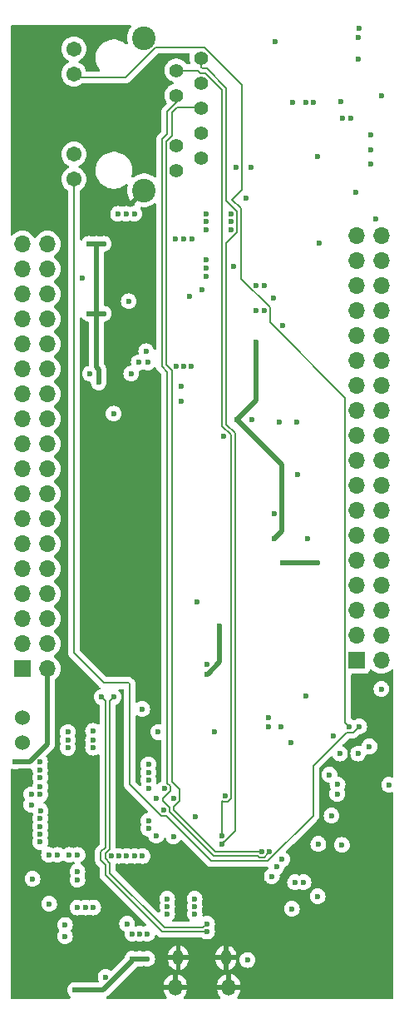
<source format=gbr>
%TF.GenerationSoftware,KiCad,Pcbnew,8.0.1*%
%TF.CreationDate,2024-10-20T22:07:07-07:00*%
%TF.ProjectId,POEPico,504f4550-6963-46f2-9e6b-696361645f70,rev?*%
%TF.SameCoordinates,Original*%
%TF.FileFunction,Copper,L3,Inr*%
%TF.FilePolarity,Positive*%
%FSLAX46Y46*%
G04 Gerber Fmt 4.6, Leading zero omitted, Abs format (unit mm)*
G04 Created by KiCad (PCBNEW 8.0.1) date 2024-10-20 22:07:07*
%MOMM*%
%LPD*%
G01*
G04 APERTURE LIST*
%TA.AperFunction,ComponentPad*%
%ADD10C,1.524000*%
%TD*%
%TA.AperFunction,ComponentPad*%
%ADD11C,1.408000*%
%TD*%
%TA.AperFunction,ComponentPad*%
%ADD12C,1.545000*%
%TD*%
%TA.AperFunction,ComponentPad*%
%ADD13C,2.400000*%
%TD*%
%TA.AperFunction,ComponentPad*%
%ADD14O,1.350000X1.700000*%
%TD*%
%TA.AperFunction,ComponentPad*%
%ADD15O,1.100000X1.500000*%
%TD*%
%TA.AperFunction,ComponentPad*%
%ADD16R,1.700000X1.700000*%
%TD*%
%TA.AperFunction,ComponentPad*%
%ADD17O,1.700000X1.700000*%
%TD*%
%TA.AperFunction,ViaPad*%
%ADD18C,0.600000*%
%TD*%
%TA.AperFunction,Conductor*%
%ADD19C,0.508000*%
%TD*%
%TA.AperFunction,Conductor*%
%ADD20C,0.200000*%
%TD*%
G04 APERTURE END LIST*
D10*
%TO.N,/Connectors/USB_BOOT*%
%TO.C,J10*%
X116064001Y-98892029D03*
%TO.N,GND*%
X116084001Y-96352029D03*
%TD*%
D11*
%TO.N,/Connectors/ETH_TXP*%
%TO.C,J2*%
X134278401Y-29297629D03*
%TO.N,/Connectors/ETH_TXN*%
X131738401Y-30567629D03*
%TO.N,/Connectors/CT*%
X134278401Y-31837629D03*
%TO.N,/Connectors/ETH_RXP*%
X131738401Y-33107629D03*
%TO.N,/Connectors/ETH_RXN*%
X134278401Y-34377629D03*
%TO.N,/Connectors/VC1P*%
X134278401Y-36917629D03*
%TO.N,/Connectors/VC1N*%
X131738401Y-38187629D03*
%TO.N,/Connectors/VC2P*%
X134278401Y-39457629D03*
%TO.N,/Connectors/VC2N*%
X131738401Y-40727629D03*
D12*
%TO.N,Net-(J2-Pad11)*%
X121308401Y-28387629D03*
%TO.N,/Connectors/LED1_Y*%
X121308401Y-30927629D03*
%TO.N,Net-(J2-Pad13)*%
X121308401Y-39097629D03*
%TO.N,/Connectors/LED2_G*%
X121308401Y-41637629D03*
D13*
%TO.N,CGND*%
X128438401Y-27267629D03*
X128438401Y-42757629D03*
%TD*%
D14*
%TO.N,CGND*%
%TO.C,J1*%
X131631501Y-123799429D03*
D15*
X131941501Y-120799429D03*
X136781501Y-120799429D03*
D14*
X137091501Y-123799429D03*
%TD*%
D16*
%TO.N,GND*%
%TO.C,J21*%
X116078000Y-91400429D03*
D17*
%TO.N,+3V3*%
X118618000Y-91400429D03*
%TO.N,GND*%
X116078000Y-88860429D03*
%TO.N,/Connectors/GPIO0*%
X118618000Y-88860429D03*
%TO.N,GND*%
X116078000Y-86320429D03*
%TO.N,/Connectors/GPIO1*%
X118618000Y-86320429D03*
%TO.N,GND*%
X116078000Y-83780429D03*
%TO.N,/Connectors/GPIO2*%
X118618000Y-83780429D03*
%TO.N,GND*%
X116078000Y-81240429D03*
%TO.N,/Connectors/GPIO3*%
X118618000Y-81240429D03*
%TO.N,GND*%
X116078000Y-78700429D03*
%TO.N,/Connectors/GPIO4*%
X118618000Y-78700429D03*
%TO.N,GND*%
X116078000Y-76160429D03*
%TO.N,/Connectors/GPIO5*%
X118618000Y-76160429D03*
%TO.N,GND*%
X116078000Y-73620429D03*
%TO.N,/Connectors/GPIO6*%
X118618000Y-73620429D03*
%TO.N,GND*%
X116078000Y-71080429D03*
%TO.N,/Connectors/GPIO7*%
X118618000Y-71080429D03*
%TO.N,GND*%
X116078000Y-68540429D03*
%TO.N,/Connectors/GPIO8*%
X118618000Y-68540429D03*
%TO.N,GND*%
X116078000Y-66000429D03*
%TO.N,/Connectors/GPIO9*%
X118618000Y-66000429D03*
%TO.N,GND*%
X116078000Y-63460429D03*
%TO.N,/Connectors/GPIO10*%
X118618000Y-63460429D03*
%TO.N,GND*%
X116078000Y-60920429D03*
%TO.N,/Connectors/GPIO11*%
X118618000Y-60920429D03*
%TO.N,GND*%
X116078000Y-58380429D03*
%TO.N,/Connectors/GPIO12*%
X118618000Y-58380429D03*
%TO.N,GND*%
X116078000Y-55840429D03*
%TO.N,/Connectors/GPIO13*%
X118618000Y-55840429D03*
%TO.N,GND*%
X116078000Y-53300429D03*
%TO.N,/Connectors/GPIO14*%
X118618000Y-53300429D03*
%TO.N,GND*%
X116078000Y-50760429D03*
%TO.N,/Connectors/GPIO15*%
X118618000Y-50760429D03*
%TO.N,GND*%
X116078000Y-48220429D03*
%TO.N,+5V0*%
X118618000Y-48220429D03*
%TD*%
D16*
%TO.N,/Connectors/SWCLK*%
%TO.C,J22*%
X150088600Y-90576400D03*
D17*
%TO.N,GND*%
X152628600Y-90576400D03*
%TO.N,/Connectors/SWD*%
X150088600Y-88036400D03*
%TO.N,GND*%
X152628600Y-88036400D03*
%TO.N,/Connectors/RUN*%
X150088600Y-85496400D03*
%TO.N,GND*%
X152628600Y-85496400D03*
%TO.N,/Connectors/GPIO16*%
X150088600Y-82956400D03*
%TO.N,GND*%
X152628600Y-82956400D03*
%TO.N,/Connectors/GPIO17*%
X150088600Y-80416400D03*
%TO.N,GND*%
X152628600Y-80416400D03*
%TO.N,/Connectors/GPIO18*%
X150088600Y-77876400D03*
%TO.N,GND*%
X152628600Y-77876400D03*
%TO.N,/Connectors/GPIO19*%
X150088600Y-75336400D03*
%TO.N,GND*%
X152628600Y-75336400D03*
%TO.N,/Connectors/GPIO20*%
X150088600Y-72796400D03*
%TO.N,GND*%
X152628600Y-72796400D03*
%TO.N,/Connectors/GPIO21*%
X150088600Y-70256400D03*
%TO.N,GND*%
X152628600Y-70256400D03*
%TO.N,/Connectors/GPIO22*%
X150088600Y-67716400D03*
%TO.N,GND*%
X152628600Y-67716400D03*
%TO.N,/Connectors/GPIO23*%
X150088600Y-65176400D03*
%TO.N,GND*%
X152628600Y-65176400D03*
%TO.N,/Connectors/GPIO24*%
X150088600Y-62636400D03*
%TO.N,GND*%
X152628600Y-62636400D03*
%TO.N,/Connectors/GPIO25*%
X150088600Y-60096400D03*
%TO.N,GND*%
X152628600Y-60096400D03*
%TO.N,/Connectors/GPIO26*%
X150088600Y-57556400D03*
%TO.N,GND*%
X152628600Y-57556400D03*
%TO.N,/Connectors/GPIO27*%
X150088600Y-55016400D03*
%TO.N,GND*%
X152628600Y-55016400D03*
%TO.N,/Connectors/GPIO28*%
X150088600Y-52476400D03*
%TO.N,GND*%
X152628600Y-52476400D03*
%TO.N,/Connectors/GPIO29*%
X150088600Y-49936400D03*
%TO.N,GND*%
X152628600Y-49936400D03*
%TO.N,+12V0*%
X150088600Y-47396400D03*
%TO.N,GND*%
X152628600Y-47396400D03*
%TD*%
D18*
%TO.N,VDD*%
X134770401Y-46802629D03*
X127457200Y-45151629D03*
X131722401Y-60645629D03*
X134770401Y-49850629D03*
X134770401Y-51501629D03*
X139852400Y-52425600D03*
X137310401Y-45965129D03*
X133246401Y-60645629D03*
X137310401Y-46802629D03*
X140665200Y-52425600D03*
X134770401Y-45965129D03*
X140665200Y-54965600D03*
X132484401Y-47691629D03*
X137310401Y-45151629D03*
X131670901Y-47691629D03*
X141775401Y-27649929D03*
X133321901Y-47691629D03*
X134770401Y-50688129D03*
X132484401Y-60645629D03*
X139851700Y-54965600D03*
X125806200Y-45151629D03*
X126619700Y-45151629D03*
X134770401Y-45151629D03*
X125356900Y-65471629D03*
%TO.N,VSS*%
X122832401Y-55311629D03*
X141755401Y-78171629D03*
X124356401Y-48199629D03*
X151534401Y-38674629D03*
X138834401Y-43591629D03*
X123607101Y-55311629D03*
X137818401Y-40452629D03*
X137922000Y-66040000D03*
X123607101Y-48199629D03*
X141628401Y-53755129D03*
X150238727Y-27180273D03*
X124356401Y-55311629D03*
X139827000Y-58166000D03*
X123848401Y-62296629D03*
X122832401Y-48199629D03*
%TO.N,GND*%
X144958401Y-94167029D03*
X141148401Y-96382029D03*
X128270000Y-95504000D03*
X148613401Y-109336029D03*
X130810000Y-115570000D03*
X142595600Y-56482629D03*
X133604000Y-115570000D03*
X136144000Y-87061629D03*
X126720600Y-117348000D03*
X144041401Y-66334629D03*
X133655401Y-106486029D03*
X133604000Y-116332000D03*
X118793801Y-115316000D03*
X120400099Y-118618000D03*
X130810000Y-116332000D03*
X120396000Y-117475000D03*
X130810000Y-114808000D03*
X138988800Y-121033000D03*
X153416000Y-103214029D03*
X117094000Y-112776000D03*
X124536600Y-122763900D03*
X135622001Y-97835029D03*
X147752401Y-98259029D03*
X143413401Y-98953029D03*
X152042401Y-45685029D03*
X143508001Y-115824000D03*
X133604000Y-114808000D03*
X152628600Y-93472000D03*
X134874000Y-91948000D03*
%TO.N,/Power/TG12*%
X128674401Y-59121629D03*
%TO.N,/Power/TG45*%
X134389401Y-52898629D03*
%TO.N,/Power/BG12*%
X127912401Y-60264629D03*
%TO.N,/Power/BG36*%
X122959401Y-61407629D03*
X127150401Y-61407629D03*
%TO.N,/Power/BG45*%
X122197401Y-51663128D03*
%TO.N,/Connectors/GPIO16*%
X127493010Y-110455029D03*
%TO.N,/Connectors/GPIO13*%
X119641689Y-110350946D03*
%TO.N,/Connectors/RUN*%
X126693007Y-110455029D03*
%TO.N,/Connectors/GPIO28*%
X128903001Y-101958632D03*
%TO.N,/Connectors/GPIO24*%
X129665001Y-104613029D03*
%TO.N,/Connectors/GPIO15*%
X121689401Y-110350946D03*
%TO.N,/MicroController/QSPI_SD0*%
X123261561Y-97726376D03*
%TO.N,/Connectors/GPIO2*%
X117879401Y-102489000D03*
%TO.N,/Connectors/GPIO21*%
X128903001Y-106873435D03*
%TO.N,/Connectors/GPIO1*%
X117854845Y-101689375D03*
%TO.N,/Connectors/GPIO5*%
X116965001Y-104206629D03*
%TO.N,/Connectors/GPIO26*%
X128903001Y-103558638D03*
%TO.N,/Connectors/GPIO25*%
X130505200Y-103606600D03*
%TO.N,/Connectors/GPIO10*%
X117879401Y-108245035D03*
%TO.N,/Connectors/GPIO19*%
X129702299Y-108380194D03*
%TO.N,/MicroController/QSPI_SS*%
X120698801Y-99456635D03*
%TO.N,/Connectors/GPIO17*%
X128293401Y-110455029D03*
%TO.N,/Connectors/GPIO7*%
X117914151Y-105845781D03*
%TO.N,/Connectors/GPIO0*%
X117856386Y-100889374D03*
%TO.N,/MicroController/QSPI_SCLK*%
X123261561Y-98654755D03*
%TO.N,/Connectors/GPIO20*%
X128903001Y-107673438D03*
%TO.N,/Connectors/GPIO8*%
X117879401Y-106645029D03*
%TO.N,/Connectors/GPIO22*%
X130435760Y-105757007D03*
%TO.N,/Connectors/GPIO29*%
X128903001Y-101158629D03*
%TO.N,/MicroController/QSPI_SD1*%
X120698801Y-98656632D03*
%TO.N,/Connectors/GPIO9*%
X117879401Y-107445032D03*
%TO.N,/Connectors/GPIO4*%
X117879401Y-104206629D03*
%TO.N,/MicroController/QSPI_SD3*%
X123261561Y-99454758D03*
%TO.N,/Connectors/SWCLK*%
X125093001Y-110455029D03*
%TO.N,/Connectors/GPIO11*%
X117879401Y-109045038D03*
%TO.N,/Connectors/SWD*%
X125893004Y-110455029D03*
%TO.N,/MicroController/QSPI_SD2*%
X120698801Y-97856629D03*
%TO.N,/Connectors/GPIO12*%
X118767995Y-110350946D03*
%TO.N,/Connectors/GPIO27*%
X128903001Y-102758635D03*
%TO.N,/Connectors/GPIO23*%
X131445000Y-104613029D03*
%TO.N,/Connectors/GPIO18*%
X131445000Y-108458000D03*
%TO.N,/Connectors/GPIO3*%
X117879401Y-103393829D03*
%TO.N,/Connectors/GPIO14*%
X120848011Y-110350946D03*
%TO.N,/Connectors/GPIO6*%
X116967249Y-105245781D03*
%TO.N,/Connectors/USB_DN*%
X134874000Y-117345197D03*
X143838201Y-113131600D03*
X125341001Y-94300629D03*
%TO.N,/Connectors/USB_DP*%
X134874000Y-118145200D03*
X144701801Y-113131600D03*
X124121001Y-94300629D03*
%TO.N,+3V3*%
X151407401Y-99314000D03*
X129907001Y-97851429D03*
X122936000Y-124079000D03*
X148156201Y-103184029D03*
X128778000Y-120904000D03*
X127254000Y-120904000D03*
X115316000Y-100838000D03*
X148410201Y-100041029D03*
X122174000Y-124079000D03*
X121412000Y-124079000D03*
X127254000Y-118364000D03*
X147343401Y-102190429D03*
X128016000Y-118364000D03*
X128016000Y-120904000D03*
X128778000Y-118364000D03*
%TO.N,/MicroController/XI_RP*%
X121664001Y-112029829D03*
%TO.N,+5V0*%
X123278799Y-115697000D03*
X121679600Y-115697601D03*
X122478800Y-115697000D03*
%TO.N,/MicroController/XO_RP*%
X121664001Y-112868029D03*
%TO.N,/MicroController/EEDO*%
X141148401Y-97342029D03*
X142383401Y-97337029D03*
%TO.N,Net-(D5-K)*%
X137572401Y-50477629D03*
%TO.N,Net-(D6-K)*%
X149502401Y-35448829D03*
%TO.N,Net-(D7-K)*%
X139469401Y-66055829D03*
%TO.N,Net-(Q9-G)*%
X143550215Y-33822215D03*
%TO.N,Net-(U3-ISEN+)*%
X146098801Y-39360429D03*
%TO.N,Net-(Q11-D)*%
X141755401Y-75678629D03*
X152654000Y-33147000D03*
%TO.N,Net-(Q12-G)*%
X144066801Y-71695629D03*
%TO.N,Net-(Q12-D)*%
X142263401Y-66334629D03*
%TO.N,Net-(U3-VIN)*%
X150252401Y-29388946D03*
X136575800Y-67757629D03*
%TO.N,Net-(R24-Pad1)*%
X142587371Y-80678629D03*
X146143371Y-80678629D03*
%TO.N,Net-(C44-Pad1)*%
X139355401Y-40452629D03*
X148663601Y-35448829D03*
%TO.N,Net-(Q10-B)*%
X151534401Y-40071629D03*
%TO.N,+12V0*%
X134874000Y-90948185D03*
X133858000Y-84582000D03*
%TO.N,/MicroController/VDD_33A*%
X146204933Y-109232166D03*
X141958601Y-111575600D03*
%TO.N,/MicroController/VDD_CORE*%
X148133401Y-104144029D03*
X136703401Y-104355029D03*
%TO.N,/MicroController/VDD_PLL*%
X146140030Y-114554000D03*
%TO.N,/MicroController/VDD_USBPLL*%
X147546601Y-106355029D03*
%TO.N,Net-(C52-Pad1)*%
X146304000Y-48133000D03*
X150022977Y-42992629D03*
X151534401Y-37100029D03*
%TO.N,Net-(U6-EXRES)*%
X141470801Y-112522000D03*
X142513401Y-110813600D03*
%TO.N,Net-(U6-NFDX_LED{slash}GPIO8)*%
X150264401Y-100041029D03*
%TO.N,Net-(Q10-E)*%
X148471401Y-33721629D03*
%TO.N,Net-(Q13-B)*%
X145095401Y-78222429D03*
%TO.N,/Connectors/ETH_TXN*%
X136398000Y-108419997D03*
%TO.N,/Connectors/LED2_G*%
X150368000Y-97282000D03*
%TO.N,/Connectors/ETH_TXP*%
X136398000Y-109220000D03*
%TO.N,/Connectors/LED1_Y*%
X149352000Y-97282000D03*
%TO.N,/Connectors/ETH_RXN*%
X140423997Y-109982000D03*
%TO.N,/Connectors/ETH_RXP*%
X141224000Y-109982000D03*
%TO.N,/Connectors/CT*%
X150391401Y-26266629D03*
%TO.N,/Connectors/VC1P*%
X128840401Y-60264629D03*
%TO.N,/Connectors/VC1N*%
X126896401Y-54041629D03*
X132230401Y-62677629D03*
X132230401Y-64225629D03*
%TO.N,/Connectors/VC2P*%
X133119401Y-53533629D03*
%TO.N,Net-(U3-HSSRC)*%
X145692401Y-33848629D03*
X144905001Y-33848629D03*
%TD*%
D19*
%TO.N,VSS*%
X139827000Y-64135000D02*
X137922000Y-66040000D01*
X123607101Y-55311629D02*
X124356401Y-55311629D01*
X123607101Y-48199629D02*
X124356401Y-48199629D01*
X123607101Y-55311629D02*
X123607101Y-60742101D01*
X142509401Y-77417629D02*
X141755401Y-78171629D01*
X142509401Y-70627401D02*
X142509401Y-77417629D01*
X139827000Y-58166000D02*
X139827000Y-64135000D01*
X123607101Y-55311629D02*
X122832401Y-55311629D01*
X123848401Y-60983401D02*
X123848401Y-62296629D01*
X123607101Y-48199629D02*
X122832401Y-48199629D01*
X137922000Y-66040000D02*
X142509401Y-70627401D01*
X123607101Y-60742101D02*
X123848401Y-60983401D01*
X123607101Y-55311629D02*
X123607101Y-48199629D01*
%TO.N,GND*%
X134940503Y-91948000D02*
X134874000Y-91948000D01*
X136144000Y-90744503D02*
X134940503Y-91948000D01*
X136144000Y-87061629D02*
X136144000Y-90744503D01*
D20*
%TO.N,/Connectors/USB_DN*%
X134425471Y-117745200D02*
X130509400Y-117745200D01*
X124493001Y-110703558D02*
X124493001Y-110206500D01*
X130509400Y-117745200D02*
X124956002Y-112191802D01*
X124956002Y-94685628D02*
X125341001Y-94300629D01*
X134874000Y-117345197D02*
X134673997Y-117545200D01*
X134673997Y-117545200D02*
X134625471Y-117545200D01*
X124956002Y-109743499D02*
X124956002Y-94685628D01*
X134625471Y-117545200D02*
X134425471Y-117745200D01*
X124956002Y-111166559D02*
X124493001Y-110703558D01*
X124956002Y-112191802D02*
X124956002Y-111166559D01*
X124493001Y-110206500D02*
X124956002Y-109743499D01*
%TO.N,/Connectors/USB_DP*%
X124121001Y-94300629D02*
X124506000Y-94685628D01*
X124043021Y-110889946D02*
X124506000Y-111352925D01*
X124506000Y-109557133D02*
X124043021Y-110020112D01*
X130273000Y-118145200D02*
X134874000Y-118145200D01*
X124506000Y-111352925D02*
X124506000Y-112378200D01*
X124506000Y-94685628D02*
X124506000Y-109557133D01*
X124043021Y-110020112D02*
X124043021Y-110889946D01*
X124506000Y-112378200D02*
X130273000Y-118145200D01*
D19*
%TO.N,+3V3*%
X127254000Y-120904000D02*
X128778000Y-120904000D01*
X116840000Y-100838000D02*
X115316000Y-100838000D01*
X118618000Y-99060000D02*
X116840000Y-100838000D01*
X121412000Y-124079000D02*
X122174000Y-124079000D01*
X127254000Y-121112818D02*
X127254000Y-120904000D01*
X122174000Y-124079000D02*
X122936000Y-124079000D01*
X118618000Y-91400429D02*
X118618000Y-99060000D01*
X124287818Y-124079000D02*
X127254000Y-121112818D01*
X122936000Y-124079000D02*
X124287818Y-124079000D01*
%TO.N,Net-(R24-Pad1)*%
X146143371Y-80678629D02*
X142587371Y-80678629D01*
D20*
%TO.N,/Connectors/ETH_TXN*%
X136398000Y-104898157D02*
X136454872Y-104955029D01*
X137303401Y-104603558D02*
X137303401Y-67636701D01*
X136398000Y-32537357D02*
X134694272Y-30833629D01*
X136398000Y-66731300D02*
X136398000Y-32537357D01*
X137303401Y-67636701D02*
X136398000Y-66731300D01*
X136454872Y-104955029D02*
X136951930Y-104955029D01*
X136951930Y-104955029D02*
X137303401Y-104603558D01*
X134694272Y-30833629D02*
X134226202Y-30833629D01*
X136398000Y-108419997D02*
X136398000Y-104898157D01*
X134226202Y-30833629D02*
X133960202Y-30567629D01*
X133960202Y-30567629D02*
X131738401Y-30567629D01*
%TO.N,/Connectors/LED2_G*%
X149103471Y-97882000D02*
X145695401Y-101290070D01*
X130187231Y-106357007D02*
X127000000Y-103169776D01*
X126909530Y-92873530D02*
X124369530Y-92873530D01*
X149768000Y-97882000D02*
X149103471Y-97882000D01*
X127000000Y-92964000D02*
X126909530Y-92873530D01*
X124369530Y-92873530D02*
X121308401Y-89812401D01*
X145695401Y-101290070D02*
X145695401Y-106359128D01*
X150368000Y-97282000D02*
X149768000Y-97882000D01*
X145695401Y-106359128D02*
X141072529Y-110982000D01*
X121308401Y-89812401D02*
X121308401Y-41637629D01*
X135309282Y-110982000D02*
X130684289Y-106357007D01*
X127000000Y-103169776D02*
X127000000Y-92964000D01*
X141072529Y-110982000D02*
X135309282Y-110982000D01*
X130684289Y-106357007D02*
X130187231Y-106357007D01*
%TO.N,/Connectors/ETH_TXP*%
X136848000Y-32350989D02*
X134880660Y-30383649D01*
X134880660Y-30383649D02*
X134412620Y-30383649D01*
X136848000Y-48113559D02*
X137910401Y-47051158D01*
X137910401Y-47051158D02*
X137910401Y-44903100D01*
X134412620Y-30383649D02*
X134278401Y-30249430D01*
X136848000Y-43840699D02*
X136848000Y-32350989D01*
X136848000Y-66544932D02*
X136848000Y-48113559D01*
X137753381Y-67450313D02*
X136848000Y-66544932D01*
X137753381Y-107913145D02*
X137753381Y-67450313D01*
X136646529Y-109019997D02*
X137753381Y-107913145D01*
X136598003Y-109019997D02*
X136646529Y-109019997D01*
X136398000Y-109220000D02*
X136598003Y-109019997D01*
X137910401Y-44903100D02*
X136848000Y-43840699D01*
X134278401Y-30249430D02*
X134278401Y-29297629D01*
%TO.N,/Connectors/LED1_Y*%
X138310401Y-44584401D02*
X137414000Y-43688000D01*
X141265200Y-54686929D02*
X138310401Y-51732130D01*
X148938600Y-63848600D02*
X141265200Y-56175200D01*
X129586675Y-28240676D02*
X126554722Y-31272629D01*
X141265200Y-56175200D02*
X141265200Y-54686929D01*
X149352000Y-97282000D02*
X148938600Y-96868600D01*
X138418401Y-32017758D02*
X134641319Y-28240676D01*
X148938600Y-96868600D02*
X148938600Y-63848600D01*
X138310401Y-51732130D02*
X138310401Y-44584401D01*
X126554722Y-31272629D02*
X121653401Y-31272629D01*
X138418401Y-42683599D02*
X138418401Y-32017758D01*
X134641319Y-28240676D02*
X129586675Y-28240676D01*
X137414000Y-43688000D02*
X138418401Y-42683599D01*
%TO.N,/Connectors/ETH_RXN*%
X135700200Y-109982000D02*
X131485740Y-105767540D01*
X132045000Y-104861558D02*
X132045000Y-103661503D01*
X140423997Y-109982000D02*
X135700200Y-109982000D01*
X131289000Y-34827000D02*
X131826000Y-34290000D01*
X130734401Y-37771758D02*
X131289000Y-37217159D01*
X131289000Y-37217159D02*
X131289000Y-34827000D01*
X131485740Y-105420818D02*
X132045000Y-104861558D01*
X131289000Y-61060757D02*
X130734401Y-60506158D01*
X130734401Y-60506158D02*
X130734401Y-37771758D01*
X131485740Y-105767540D02*
X131485740Y-105420818D01*
X131826000Y-34290000D02*
X134190772Y-34290000D01*
X131289000Y-102905503D02*
X131289000Y-61060757D01*
X132045000Y-103661503D02*
X131289000Y-102905503D01*
%TO.N,/Connectors/ETH_RXP*%
X140672526Y-110582000D02*
X140175468Y-110582000D01*
X130839000Y-61247125D02*
X130284421Y-60692546D01*
X130839000Y-34711314D02*
X131738401Y-33811913D01*
X141023997Y-110182003D02*
X141023997Y-110230529D01*
X131105200Y-103855129D02*
X131105200Y-103358071D01*
X130839000Y-103091871D02*
X130839000Y-61247125D01*
X130395020Y-104565309D02*
X131105200Y-103855129D01*
X130284421Y-60692546D02*
X130284421Y-37585370D01*
X135513800Y-110432000D02*
X131035760Y-105953960D01*
X131035760Y-105953960D02*
X131035760Y-105508478D01*
X140175468Y-110582000D02*
X140025468Y-110432000D01*
X141224000Y-109982000D02*
X141023997Y-110182003D01*
X130284421Y-37585370D02*
X130839000Y-37030791D01*
X130395020Y-104867738D02*
X130395020Y-104565309D01*
X131105200Y-103358071D02*
X130839000Y-103091871D01*
X130839000Y-37030791D02*
X130839000Y-34711314D01*
X131738401Y-33811913D02*
X131738401Y-33107629D01*
X131035760Y-105508478D02*
X130395020Y-104867738D01*
X141023997Y-110230529D02*
X140672526Y-110582000D01*
X140025468Y-110432000D02*
X135513800Y-110432000D01*
%TD*%
%TA.AperFunction,Conductor*%
%TO.N,CGND*%
G36*
X127110684Y-25986814D02*
G01*
X127156439Y-26039618D01*
X127166383Y-26108776D01*
X127140592Y-26168442D01*
X127029856Y-26307300D01*
X126902459Y-26527957D01*
X126809374Y-26765134D01*
X126809369Y-26765151D01*
X126752674Y-27013549D01*
X126733634Y-27267624D01*
X126733634Y-27267633D01*
X126752674Y-27521709D01*
X126752674Y-27521711D01*
X126803059Y-27742465D01*
X126798786Y-27812204D01*
X126757487Y-27868561D01*
X126692275Y-27893644D01*
X126623854Y-27879489D01*
X126606685Y-27868435D01*
X126432609Y-27734862D01*
X126285494Y-27649925D01*
X126219695Y-27611936D01*
X126219686Y-27611932D01*
X125992563Y-27517854D01*
X125992556Y-27517852D01*
X125992554Y-27517851D01*
X125755078Y-27454220D01*
X125714340Y-27448856D01*
X125511335Y-27422129D01*
X125511328Y-27422129D01*
X125265474Y-27422129D01*
X125265466Y-27422129D01*
X125033460Y-27452674D01*
X125021724Y-27454220D01*
X124960298Y-27470679D01*
X124784248Y-27517851D01*
X124784238Y-27517854D01*
X124557115Y-27611932D01*
X124557106Y-27611936D01*
X124344188Y-27734865D01*
X124149146Y-27884526D01*
X124149139Y-27884532D01*
X123975304Y-28058367D01*
X123975298Y-28058374D01*
X123825637Y-28253416D01*
X123702708Y-28466334D01*
X123702704Y-28466343D01*
X123608626Y-28693466D01*
X123608623Y-28693476D01*
X123556854Y-28886684D01*
X123544993Y-28930949D01*
X123544991Y-28930960D01*
X123512901Y-29174694D01*
X123512901Y-29420563D01*
X123539628Y-29623568D01*
X123544992Y-29664306D01*
X123596528Y-29856643D01*
X123608623Y-29901781D01*
X123608626Y-29901791D01*
X123702704Y-30128914D01*
X123702708Y-30128923D01*
X123703705Y-30130649D01*
X123825634Y-30341837D01*
X123926005Y-30472643D01*
X123951199Y-30537812D01*
X123937161Y-30606256D01*
X123888347Y-30656246D01*
X123827629Y-30672129D01*
X122652996Y-30672129D01*
X122585957Y-30652444D01*
X122540202Y-30599640D01*
X122533221Y-30580223D01*
X122509200Y-30490579D01*
X122509199Y-30490574D01*
X122415063Y-30288698D01*
X122304399Y-30130653D01*
X122287302Y-30106235D01*
X122287298Y-30106231D01*
X122129796Y-29948729D01*
X122129792Y-29948726D01*
X122129791Y-29948725D01*
X121947337Y-29820969D01*
X121947329Y-29820965D01*
X121838057Y-29770011D01*
X121785617Y-29723839D01*
X121766465Y-29656646D01*
X121786680Y-29589764D01*
X121838057Y-29545247D01*
X121868539Y-29531033D01*
X121947333Y-29494291D01*
X122129796Y-29366529D01*
X122287301Y-29209024D01*
X122415063Y-29026561D01*
X122509199Y-28824684D01*
X122566850Y-28609528D01*
X122586264Y-28387629D01*
X122566850Y-28165730D01*
X122516167Y-27976580D01*
X122509201Y-27950581D01*
X122509200Y-27950580D01*
X122509199Y-27950574D01*
X122415063Y-27748698D01*
X122343553Y-27646571D01*
X122287302Y-27566235D01*
X122222047Y-27500980D01*
X122129796Y-27408729D01*
X122129792Y-27408726D01*
X122129791Y-27408725D01*
X121947337Y-27280969D01*
X121947329Y-27280965D01*
X121745462Y-27186833D01*
X121745448Y-27186828D01*
X121530305Y-27129181D01*
X121530295Y-27129179D01*
X121308402Y-27109766D01*
X121308400Y-27109766D01*
X121086506Y-27129179D01*
X121086496Y-27129181D01*
X120871353Y-27186828D01*
X120871344Y-27186832D01*
X120669471Y-27280966D01*
X120669469Y-27280967D01*
X120487003Y-27408730D01*
X120329502Y-27566231D01*
X120201739Y-27748697D01*
X120201738Y-27748699D01*
X120107604Y-27950572D01*
X120107600Y-27950581D01*
X120049953Y-28165724D01*
X120049951Y-28165734D01*
X120030538Y-28387628D01*
X120030538Y-28387629D01*
X120049951Y-28609523D01*
X120049953Y-28609533D01*
X120107600Y-28824676D01*
X120107605Y-28824690D01*
X120201737Y-29026557D01*
X120201741Y-29026565D01*
X120329497Y-29209019D01*
X120329502Y-29209025D01*
X120487004Y-29366527D01*
X120487010Y-29366532D01*
X120669464Y-29494288D01*
X120669466Y-29494289D01*
X120669469Y-29494291D01*
X120724395Y-29519903D01*
X120778745Y-29545247D01*
X120831185Y-29591419D01*
X120850337Y-29658612D01*
X120830122Y-29725494D01*
X120778746Y-29770011D01*
X120669471Y-29820966D01*
X120669469Y-29820967D01*
X120487003Y-29948730D01*
X120329502Y-30106231D01*
X120201739Y-30288697D01*
X120201738Y-30288699D01*
X120107604Y-30490572D01*
X120107600Y-30490581D01*
X120049953Y-30705724D01*
X120049951Y-30705734D01*
X120030538Y-30927628D01*
X120030538Y-30927629D01*
X120049951Y-31149523D01*
X120049953Y-31149533D01*
X120107600Y-31364676D01*
X120107605Y-31364690D01*
X120201737Y-31566557D01*
X120201741Y-31566565D01*
X120329497Y-31749019D01*
X120329502Y-31749025D01*
X120487004Y-31906527D01*
X120487010Y-31906532D01*
X120669464Y-32034288D01*
X120669466Y-32034289D01*
X120669469Y-32034291D01*
X120724395Y-32059903D01*
X120871339Y-32128424D01*
X120871341Y-32128424D01*
X120871346Y-32128427D01*
X121086502Y-32186078D01*
X121264021Y-32201609D01*
X121308400Y-32205492D01*
X121308401Y-32205492D01*
X121308402Y-32205492D01*
X121345384Y-32202256D01*
X121530300Y-32186078D01*
X121745456Y-32128427D01*
X121947333Y-32034291D01*
X122129796Y-31906529D01*
X122129803Y-31906521D01*
X122133939Y-31903052D01*
X122135400Y-31904793D01*
X122188200Y-31875963D01*
X122214558Y-31873129D01*
X126468053Y-31873129D01*
X126468069Y-31873130D01*
X126475665Y-31873130D01*
X126633776Y-31873130D01*
X126633779Y-31873130D01*
X126786507Y-31832206D01*
X126857164Y-31791412D01*
X126923438Y-31753149D01*
X127035242Y-31641345D01*
X127035242Y-31641343D01*
X127045446Y-31631140D01*
X127045449Y-31631135D01*
X129799091Y-28877495D01*
X129860414Y-28844010D01*
X129886772Y-28841176D01*
X132991765Y-28841176D01*
X133058804Y-28860861D01*
X133104559Y-28913665D01*
X133114503Y-28982823D01*
X133111033Y-28999103D01*
X133090102Y-29072671D01*
X133089337Y-29075359D01*
X133068741Y-29297628D01*
X133068741Y-29297629D01*
X133089337Y-29519902D01*
X133089338Y-29519905D01*
X133150424Y-29734604D01*
X133150427Y-29734610D01*
X133176941Y-29787857D01*
X133189202Y-29856643D01*
X133162329Y-29921137D01*
X133104853Y-29960865D01*
X133065941Y-29967129D01*
X132856035Y-29967129D01*
X132788996Y-29947444D01*
X132757081Y-29917856D01*
X132744949Y-29901791D01*
X132632351Y-29752686D01*
X132632349Y-29752683D01*
X132467385Y-29602300D01*
X132467375Y-29602293D01*
X132277596Y-29484787D01*
X132277590Y-29484785D01*
X132069440Y-29404147D01*
X131850014Y-29363129D01*
X131626788Y-29363129D01*
X131407362Y-29404147D01*
X131356898Y-29423697D01*
X131199211Y-29484785D01*
X131199205Y-29484787D01*
X131009426Y-29602293D01*
X131009416Y-29602300D01*
X130844452Y-29752684D01*
X130709927Y-29930824D01*
X130610427Y-30130647D01*
X130610424Y-30130653D01*
X130549338Y-30345352D01*
X130549337Y-30345355D01*
X130528741Y-30567628D01*
X130528741Y-30567629D01*
X130549337Y-30789902D01*
X130549338Y-30789905D01*
X130610424Y-31004604D01*
X130610427Y-31004609D01*
X130709927Y-31204433D01*
X130844451Y-31382572D01*
X131009418Y-31532959D01*
X131009425Y-31532963D01*
X131009426Y-31532964D01*
X131199205Y-31650470D01*
X131199206Y-31650470D01*
X131199209Y-31650472D01*
X131383853Y-31722003D01*
X131439252Y-31764575D01*
X131462843Y-31830342D01*
X131447132Y-31898422D01*
X131397108Y-31947201D01*
X131383862Y-31953250D01*
X131240617Y-32008744D01*
X131199211Y-32024785D01*
X131199205Y-32024787D01*
X131009426Y-32142293D01*
X131009416Y-32142300D01*
X130844452Y-32292684D01*
X130709927Y-32470824D01*
X130610427Y-32670647D01*
X130610424Y-32670653D01*
X130549338Y-32885352D01*
X130549337Y-32885355D01*
X130528741Y-33107628D01*
X130528741Y-33107629D01*
X130549337Y-33329902D01*
X130549338Y-33329905D01*
X130610424Y-33544604D01*
X130610427Y-33544609D01*
X130709927Y-33744433D01*
X130734381Y-33776815D01*
X130751052Y-33798892D01*
X130775743Y-33864253D01*
X130761177Y-33932588D01*
X130739778Y-33961299D01*
X130470286Y-34230792D01*
X130358481Y-34342596D01*
X130358475Y-34342604D01*
X130318173Y-34412411D01*
X130318173Y-34412413D01*
X130279423Y-34479528D01*
X130279423Y-34479529D01*
X130238499Y-34632257D01*
X130238499Y-34632259D01*
X130238499Y-34800360D01*
X130238500Y-34800373D01*
X130238500Y-36730693D01*
X130218815Y-36797732D01*
X130202181Y-36818374D01*
X129803902Y-37216652D01*
X129803900Y-37216654D01*
X129778484Y-37260676D01*
X129767742Y-37279284D01*
X129724844Y-37353585D01*
X129683920Y-37506313D01*
X129683920Y-37506315D01*
X129683920Y-37674416D01*
X129683921Y-37674429D01*
X129683921Y-41314673D01*
X129664236Y-41381712D01*
X129611432Y-41427467D01*
X129542274Y-41437411D01*
X129490069Y-41417127D01*
X129290778Y-41281253D01*
X129290777Y-41281252D01*
X129061224Y-41170707D01*
X129061226Y-41170707D01*
X128817748Y-41095604D01*
X128817742Y-41095602D01*
X128565805Y-41057629D01*
X128310996Y-41057629D01*
X128059059Y-41095602D01*
X128059053Y-41095604D01*
X127815576Y-41170707D01*
X127586025Y-41281252D01*
X127586017Y-41281257D01*
X127375491Y-41424791D01*
X127374749Y-41425383D01*
X127374436Y-41425510D01*
X127371662Y-41427402D01*
X127371256Y-41426807D01*
X127310058Y-41451781D01*
X127241364Y-41439013D01*
X127190478Y-41391134D01*
X127173556Y-41323345D01*
X127177674Y-41296342D01*
X127231810Y-41094306D01*
X127263901Y-40850556D01*
X127263901Y-40604702D01*
X127231810Y-40360952D01*
X127168179Y-40123476D01*
X127074095Y-39896337D01*
X126951168Y-39683421D01*
X126846994Y-39547659D01*
X126801503Y-39488374D01*
X126801497Y-39488367D01*
X126627662Y-39314532D01*
X126627655Y-39314526D01*
X126432613Y-39164865D01*
X126432612Y-39164864D01*
X126432609Y-39164862D01*
X126219693Y-39041935D01*
X126219686Y-39041932D01*
X125992563Y-38947854D01*
X125992556Y-38947852D01*
X125992554Y-38947851D01*
X125755078Y-38884220D01*
X125714340Y-38878856D01*
X125511335Y-38852129D01*
X125511328Y-38852129D01*
X125265474Y-38852129D01*
X125265466Y-38852129D01*
X125033460Y-38882674D01*
X125021724Y-38884220D01*
X124784248Y-38947851D01*
X124784238Y-38947854D01*
X124557115Y-39041932D01*
X124557106Y-39041936D01*
X124344188Y-39164865D01*
X124149146Y-39314526D01*
X124149139Y-39314532D01*
X123975304Y-39488367D01*
X123975298Y-39488374D01*
X123825637Y-39683416D01*
X123702708Y-39896334D01*
X123702704Y-39896343D01*
X123608626Y-40123466D01*
X123608623Y-40123476D01*
X123561746Y-40298427D01*
X123544993Y-40360949D01*
X123544991Y-40360960D01*
X123512901Y-40604694D01*
X123512901Y-40850563D01*
X123532405Y-40998699D01*
X123544992Y-41094306D01*
X123608250Y-41330389D01*
X123608623Y-41331781D01*
X123608626Y-41331791D01*
X123658328Y-41451781D01*
X123702707Y-41558921D01*
X123825634Y-41771837D01*
X123825636Y-41771840D01*
X123825637Y-41771841D01*
X123975298Y-41966883D01*
X123975304Y-41966890D01*
X124149139Y-42140725D01*
X124149145Y-42140730D01*
X124344193Y-42290396D01*
X124557109Y-42413323D01*
X124677656Y-42463255D01*
X124774931Y-42503548D01*
X124784248Y-42507407D01*
X125021724Y-42571038D01*
X125265474Y-42603129D01*
X125265481Y-42603129D01*
X125511321Y-42603129D01*
X125511328Y-42603129D01*
X125755078Y-42571038D01*
X125992554Y-42507407D01*
X126219693Y-42413323D01*
X126432609Y-42290396D01*
X126606682Y-42156824D01*
X126671850Y-42131630D01*
X126740295Y-42145668D01*
X126790285Y-42194482D01*
X126805949Y-42262573D01*
X126803059Y-42282792D01*
X126752674Y-42503546D01*
X126752674Y-42503548D01*
X126733634Y-42757624D01*
X126733634Y-42757633D01*
X126752674Y-43011708D01*
X126809369Y-43260106D01*
X126809374Y-43260123D01*
X126902459Y-43497300D01*
X126902458Y-43497300D01*
X127029855Y-43717956D01*
X127029862Y-43717967D01*
X127071853Y-43770620D01*
X127071854Y-43770621D01*
X127722553Y-43119921D01*
X127729450Y-43136571D01*
X127817000Y-43267599D01*
X127928431Y-43379030D01*
X128059459Y-43466580D01*
X128076105Y-43473475D01*
X127425214Y-44124367D01*
X127432681Y-44129458D01*
X127476983Y-44183487D01*
X127485041Y-44252891D01*
X127454299Y-44315633D01*
X127394515Y-44351795D01*
X127376713Y-44355132D01*
X127277949Y-44366259D01*
X127277937Y-44366262D01*
X127107680Y-44425838D01*
X127104420Y-44427887D01*
X127102015Y-44428566D01*
X127101406Y-44428860D01*
X127101354Y-44428753D01*
X127037183Y-44446886D01*
X126975531Y-44428782D01*
X126975494Y-44428860D01*
X126975025Y-44428634D01*
X126972480Y-44427887D01*
X126969219Y-44425838D01*
X126798962Y-44366262D01*
X126798949Y-44366259D01*
X126619704Y-44346064D01*
X126619696Y-44346064D01*
X126440450Y-44366259D01*
X126440437Y-44366262D01*
X126270183Y-44425837D01*
X126266745Y-44427493D01*
X126264303Y-44427894D01*
X126263606Y-44428139D01*
X126263563Y-44428016D01*
X126197803Y-44438840D01*
X126159155Y-44427493D01*
X126155716Y-44425837D01*
X125985462Y-44366262D01*
X125985449Y-44366259D01*
X125806204Y-44346064D01*
X125806196Y-44346064D01*
X125626950Y-44366259D01*
X125626945Y-44366260D01*
X125456676Y-44425840D01*
X125303937Y-44521813D01*
X125176384Y-44649366D01*
X125080411Y-44802105D01*
X125020831Y-44972374D01*
X125020830Y-44972379D01*
X125000635Y-45151625D01*
X125000635Y-45151632D01*
X125020830Y-45330878D01*
X125020831Y-45330883D01*
X125080411Y-45501152D01*
X125152332Y-45615612D01*
X125176384Y-45653891D01*
X125303938Y-45781445D01*
X125355633Y-45813927D01*
X125454056Y-45875771D01*
X125456678Y-45877418D01*
X125548146Y-45909424D01*
X125626945Y-45936997D01*
X125626950Y-45936998D01*
X125806196Y-45957194D01*
X125806200Y-45957194D01*
X125806204Y-45957194D01*
X125985449Y-45936998D01*
X125985452Y-45936997D01*
X125985455Y-45936997D01*
X126155722Y-45877418D01*
X126155725Y-45877415D01*
X126159142Y-45875771D01*
X126161573Y-45875370D01*
X126162295Y-45875118D01*
X126162339Y-45875244D01*
X126228082Y-45864415D01*
X126266758Y-45875771D01*
X126270177Y-45877417D01*
X126270178Y-45877418D01*
X126361646Y-45909424D01*
X126440445Y-45936997D01*
X126440450Y-45936998D01*
X126619696Y-45957194D01*
X126619700Y-45957194D01*
X126619704Y-45957194D01*
X126798949Y-45936998D01*
X126798952Y-45936997D01*
X126798955Y-45936997D01*
X126969222Y-45877418D01*
X126972475Y-45875374D01*
X126974879Y-45874694D01*
X126975495Y-45874398D01*
X126975546Y-45874505D01*
X127039711Y-45856372D01*
X127101367Y-45874476D01*
X127101405Y-45874398D01*
X127101879Y-45874626D01*
X127104425Y-45875374D01*
X127107678Y-45877418D01*
X127277945Y-45936997D01*
X127277950Y-45936998D01*
X127457196Y-45957194D01*
X127457200Y-45957194D01*
X127457204Y-45957194D01*
X127636449Y-45936998D01*
X127636452Y-45936997D01*
X127636455Y-45936997D01*
X127806722Y-45877418D01*
X127959462Y-45781445D01*
X128087016Y-45653891D01*
X128182989Y-45501151D01*
X128242568Y-45330884D01*
X128262765Y-45151629D01*
X128252004Y-45056126D01*
X128242569Y-44972379D01*
X128242568Y-44972374D01*
X128228926Y-44933388D01*
X128182989Y-44802107D01*
X128087016Y-44649367D01*
X128087015Y-44649366D01*
X128082675Y-44643924D01*
X128083926Y-44642926D01*
X128054472Y-44588985D01*
X128059456Y-44519293D01*
X128101328Y-44463360D01*
X128166792Y-44438943D01*
X128194119Y-44440012D01*
X128310996Y-44457628D01*
X128311005Y-44457629D01*
X128565797Y-44457629D01*
X128565805Y-44457628D01*
X128817742Y-44419655D01*
X128817748Y-44419653D01*
X129061225Y-44344550D01*
X129290777Y-44234005D01*
X129290788Y-44233998D01*
X129490069Y-44098131D01*
X129556548Y-44076630D01*
X129624098Y-44094484D01*
X129671273Y-44146024D01*
X129683921Y-44200584D01*
X129683921Y-58853150D01*
X129664236Y-58920189D01*
X129611432Y-58965944D01*
X129542274Y-58975888D01*
X129478718Y-58946863D01*
X129442879Y-58894105D01*
X129425379Y-58844093D01*
X129400190Y-58772107D01*
X129304217Y-58619367D01*
X129176663Y-58491813D01*
X129117339Y-58454537D01*
X129023924Y-58395840D01*
X128853655Y-58336260D01*
X128853650Y-58336259D01*
X128674405Y-58316064D01*
X128674397Y-58316064D01*
X128495151Y-58336259D01*
X128495146Y-58336260D01*
X128324877Y-58395840D01*
X128172138Y-58491813D01*
X128044585Y-58619366D01*
X127948612Y-58772105D01*
X127889032Y-58942374D01*
X127889031Y-58942379D01*
X127868836Y-59121625D01*
X127868836Y-59121632D01*
X127889031Y-59300878D01*
X127889035Y-59300895D01*
X127891814Y-59308837D01*
X127895373Y-59378616D01*
X127860641Y-59439242D01*
X127798646Y-59471466D01*
X127788655Y-59473006D01*
X127733150Y-59479259D01*
X127733146Y-59479260D01*
X127562877Y-59538840D01*
X127410138Y-59634813D01*
X127282585Y-59762366D01*
X127186612Y-59915105D01*
X127127032Y-60085374D01*
X127127031Y-60085379D01*
X127106836Y-60264625D01*
X127106836Y-60264632D01*
X127127031Y-60443878D01*
X127127035Y-60443895D01*
X127129814Y-60451837D01*
X127133373Y-60521616D01*
X127098641Y-60582242D01*
X127036646Y-60614466D01*
X127026655Y-60616006D01*
X126971150Y-60622259D01*
X126971146Y-60622260D01*
X126800877Y-60681840D01*
X126648138Y-60777813D01*
X126520585Y-60905366D01*
X126424612Y-61058105D01*
X126365032Y-61228374D01*
X126365031Y-61228379D01*
X126344836Y-61407625D01*
X126344836Y-61407632D01*
X126365031Y-61586878D01*
X126365032Y-61586883D01*
X126424612Y-61757152D01*
X126496817Y-61872064D01*
X126520585Y-61909891D01*
X126648139Y-62037445D01*
X126721811Y-62083736D01*
X126756565Y-62105574D01*
X126800879Y-62133418D01*
X126963807Y-62190429D01*
X126971146Y-62192997D01*
X126971151Y-62192998D01*
X127150397Y-62213194D01*
X127150401Y-62213194D01*
X127150405Y-62213194D01*
X127329650Y-62192998D01*
X127329653Y-62192997D01*
X127329656Y-62192997D01*
X127499923Y-62133418D01*
X127652663Y-62037445D01*
X127780217Y-61909891D01*
X127876190Y-61757151D01*
X127935769Y-61586884D01*
X127951051Y-61451255D01*
X127955966Y-61407632D01*
X127955966Y-61407625D01*
X127935770Y-61228382D01*
X127935769Y-61228376D01*
X127935769Y-61228374D01*
X127932986Y-61220423D01*
X127929426Y-61150646D01*
X127964155Y-61090019D01*
X128026149Y-61057792D01*
X128036119Y-61056254D01*
X128091656Y-61049997D01*
X128261923Y-60990418D01*
X128297918Y-60967801D01*
X128310428Y-60959940D01*
X128377664Y-60940939D01*
X128442374Y-60959940D01*
X128490876Y-60990417D01*
X128661146Y-61049997D01*
X128661151Y-61049998D01*
X128840397Y-61070194D01*
X128840401Y-61070194D01*
X128840405Y-61070194D01*
X129019650Y-61049998D01*
X129019653Y-61049997D01*
X129019656Y-61049997D01*
X129189923Y-60990418D01*
X129342663Y-60894445D01*
X129470217Y-60766891D01*
X129470220Y-60766885D01*
X129474560Y-60761445D01*
X129476473Y-60762970D01*
X129520261Y-60724231D01*
X129589313Y-60713576D01*
X129653165Y-60741944D01*
X129691543Y-60800330D01*
X129692702Y-60804380D01*
X129724844Y-60924331D01*
X129746697Y-60962181D01*
X129803900Y-61061260D01*
X129803902Y-61061263D01*
X129922770Y-61180131D01*
X129922776Y-61180136D01*
X130202181Y-61459541D01*
X130235666Y-61520864D01*
X130238500Y-61547222D01*
X130238500Y-96945318D01*
X130218815Y-97012357D01*
X130166011Y-97058112D01*
X130096853Y-97068056D01*
X130086913Y-97066210D01*
X130086258Y-97066060D01*
X129907005Y-97045864D01*
X129906997Y-97045864D01*
X129727751Y-97066059D01*
X129727746Y-97066060D01*
X129557477Y-97125640D01*
X129404738Y-97221613D01*
X129277185Y-97349166D01*
X129181212Y-97501905D01*
X129121632Y-97672174D01*
X129121631Y-97672179D01*
X129101436Y-97851425D01*
X129101436Y-97851432D01*
X129121631Y-98030678D01*
X129121632Y-98030683D01*
X129181212Y-98200952D01*
X129243589Y-98300224D01*
X129277185Y-98353691D01*
X129404739Y-98481245D01*
X129406738Y-98482501D01*
X129531378Y-98560818D01*
X129557479Y-98577218D01*
X129725520Y-98636018D01*
X129727746Y-98636797D01*
X129727751Y-98636798D01*
X129906997Y-98656994D01*
X129907001Y-98656994D01*
X129907005Y-98656994D01*
X130052556Y-98640594D01*
X130086256Y-98636797D01*
X130086266Y-98636793D01*
X130086898Y-98636650D01*
X130087331Y-98636676D01*
X130093176Y-98636018D01*
X130093291Y-98637041D01*
X130156637Y-98640918D01*
X130212998Y-98682212D01*
X130238087Y-98747422D01*
X130238500Y-98757539D01*
X130238500Y-102763848D01*
X130218815Y-102830887D01*
X130166011Y-102876642D01*
X130155827Y-102880739D01*
X130155675Y-102880812D01*
X130002939Y-102976783D01*
X129882270Y-103097452D01*
X129820947Y-103130936D01*
X129751255Y-103125952D01*
X129695322Y-103084080D01*
X129670905Y-103018616D01*
X129677547Y-102968815D01*
X129688369Y-102937890D01*
X129688370Y-102937884D01*
X129708566Y-102758638D01*
X129708566Y-102758631D01*
X129688370Y-102579385D01*
X129688369Y-102579380D01*
X129626490Y-102402540D01*
X129628636Y-102401788D01*
X129619038Y-102343489D01*
X129627392Y-102315042D01*
X129626490Y-102314727D01*
X129688367Y-102137894D01*
X129688370Y-102137881D01*
X129708566Y-101958635D01*
X129708566Y-101958628D01*
X129688370Y-101779382D01*
X129688369Y-101779377D01*
X129626490Y-101602537D01*
X129628636Y-101601785D01*
X129619038Y-101543486D01*
X129627392Y-101515039D01*
X129626490Y-101514724D01*
X129688367Y-101337891D01*
X129688370Y-101337878D01*
X129708566Y-101158632D01*
X129708566Y-101158625D01*
X129688370Y-100979379D01*
X129688369Y-100979374D01*
X129656878Y-100889377D01*
X129628790Y-100809107D01*
X129532817Y-100656367D01*
X129405263Y-100528813D01*
X129252524Y-100432840D01*
X129082255Y-100373260D01*
X129082250Y-100373259D01*
X128903005Y-100353064D01*
X128902997Y-100353064D01*
X128723751Y-100373259D01*
X128723746Y-100373260D01*
X128553477Y-100432840D01*
X128400738Y-100528813D01*
X128273185Y-100656366D01*
X128177212Y-100809105D01*
X128117632Y-100979374D01*
X128117631Y-100979379D01*
X128097436Y-101158625D01*
X128097436Y-101158632D01*
X128117631Y-101337878D01*
X128117634Y-101337891D01*
X128179511Y-101514723D01*
X128177367Y-101515472D01*
X128186961Y-101573790D01*
X128178613Y-101602224D01*
X128179511Y-101602538D01*
X128117634Y-101779369D01*
X128117631Y-101779382D01*
X128097436Y-101958628D01*
X128097436Y-101958635D01*
X128117631Y-102137881D01*
X128117634Y-102137894D01*
X128179511Y-102314726D01*
X128177367Y-102315475D01*
X128186961Y-102373793D01*
X128178613Y-102402227D01*
X128179511Y-102402541D01*
X128117634Y-102579372D01*
X128117631Y-102579385D01*
X128097436Y-102758631D01*
X128097436Y-102758638D01*
X128117631Y-102937884D01*
X128117634Y-102937897D01*
X128179511Y-103114729D01*
X128177367Y-103115478D01*
X128186961Y-103173796D01*
X128178613Y-103202231D01*
X128179511Y-103202546D01*
X128167571Y-103236666D01*
X128126848Y-103293441D01*
X128061894Y-103319187D01*
X127993333Y-103305729D01*
X127962849Y-103283390D01*
X127636819Y-102957360D01*
X127603334Y-102896037D01*
X127600500Y-102869679D01*
X127600500Y-96253094D01*
X127620185Y-96186055D01*
X127672989Y-96140300D01*
X127742147Y-96130356D01*
X127790471Y-96148100D01*
X127828193Y-96171802D01*
X127920475Y-96229788D01*
X128090745Y-96289368D01*
X128090750Y-96289369D01*
X128269996Y-96309565D01*
X128270000Y-96309565D01*
X128270004Y-96309565D01*
X128449249Y-96289369D01*
X128449252Y-96289368D01*
X128449255Y-96289368D01*
X128619522Y-96229789D01*
X128772262Y-96133816D01*
X128899816Y-96006262D01*
X128995789Y-95853522D01*
X129055368Y-95683255D01*
X129061956Y-95624787D01*
X129075565Y-95504003D01*
X129075565Y-95503996D01*
X129055369Y-95324750D01*
X129055368Y-95324745D01*
X129030786Y-95254494D01*
X128995789Y-95154478D01*
X128992929Y-95149927D01*
X128944790Y-95073313D01*
X128899816Y-95001738D01*
X128772262Y-94874184D01*
X128749528Y-94859899D01*
X128619523Y-94778211D01*
X128449254Y-94718631D01*
X128449249Y-94718630D01*
X128270004Y-94698435D01*
X128269996Y-94698435D01*
X128090750Y-94718630D01*
X128090745Y-94718631D01*
X127920476Y-94778211D01*
X127790472Y-94859899D01*
X127723235Y-94878899D01*
X127656400Y-94858531D01*
X127611186Y-94805263D01*
X127600500Y-94754905D01*
X127600500Y-93053059D01*
X127600501Y-93053046D01*
X127600501Y-92884945D01*
X127600501Y-92884943D01*
X127559577Y-92732215D01*
X127533259Y-92686632D01*
X127525844Y-92673788D01*
X127525843Y-92673787D01*
X127516266Y-92657199D01*
X127480520Y-92595284D01*
X127368716Y-92483480D01*
X127278246Y-92393010D01*
X127191434Y-92342890D01*
X127191434Y-92342889D01*
X127191430Y-92342888D01*
X127141315Y-92313953D01*
X126988587Y-92273029D01*
X126830473Y-92273029D01*
X126822877Y-92273029D01*
X126822861Y-92273030D01*
X124669627Y-92273030D01*
X124602588Y-92253345D01*
X124581946Y-92236711D01*
X121945220Y-89599985D01*
X121911735Y-89538662D01*
X121908901Y-89512304D01*
X121908901Y-65471632D01*
X124551335Y-65471632D01*
X124571530Y-65650878D01*
X124571531Y-65650883D01*
X124631111Y-65821152D01*
X124727084Y-65973891D01*
X124854638Y-66101445D01*
X124912384Y-66137729D01*
X124989392Y-66186117D01*
X125007378Y-66197418D01*
X125177645Y-66256997D01*
X125177650Y-66256998D01*
X125356896Y-66277194D01*
X125356900Y-66277194D01*
X125356904Y-66277194D01*
X125536149Y-66256998D01*
X125536152Y-66256997D01*
X125536155Y-66256997D01*
X125706422Y-66197418D01*
X125859162Y-66101445D01*
X125986716Y-65973891D01*
X126082689Y-65821151D01*
X126142268Y-65650884D01*
X126142269Y-65650878D01*
X126162465Y-65471632D01*
X126162465Y-65471625D01*
X126142269Y-65292379D01*
X126142268Y-65292374D01*
X126125724Y-65245094D01*
X126082689Y-65122107D01*
X125986716Y-64969367D01*
X125859162Y-64841813D01*
X125834623Y-64826394D01*
X125706423Y-64745840D01*
X125536154Y-64686260D01*
X125536149Y-64686259D01*
X125356904Y-64666064D01*
X125356896Y-64666064D01*
X125177650Y-64686259D01*
X125177645Y-64686260D01*
X125007376Y-64745840D01*
X124854637Y-64841813D01*
X124727084Y-64969366D01*
X124631111Y-65122105D01*
X124571531Y-65292374D01*
X124571530Y-65292379D01*
X124551335Y-65471625D01*
X124551335Y-65471632D01*
X121908901Y-65471632D01*
X121908901Y-61441796D01*
X121918240Y-61409989D01*
X121910761Y-61394855D01*
X121908901Y-61373461D01*
X121908901Y-55776909D01*
X121928586Y-55709870D01*
X121981390Y-55664115D01*
X122050548Y-55654171D01*
X122114104Y-55683196D01*
X122137893Y-55710935D01*
X122202585Y-55813891D01*
X122330139Y-55941445D01*
X122482879Y-56037418D01*
X122628949Y-56088530D01*
X122653146Y-56096997D01*
X122653151Y-56096998D01*
X122742484Y-56107063D01*
X122806898Y-56134129D01*
X122846453Y-56191724D01*
X122852601Y-56230283D01*
X122852601Y-60508925D01*
X122832916Y-60575964D01*
X122780112Y-60621719D01*
X122769555Y-60625966D01*
X122762121Y-60628567D01*
X122609879Y-60681839D01*
X122457138Y-60777813D01*
X122329585Y-60905366D01*
X122233612Y-61058105D01*
X122174032Y-61228374D01*
X122174031Y-61228379D01*
X122156121Y-61387344D01*
X122149484Y-61403137D01*
X122151878Y-61406861D01*
X122156121Y-61427913D01*
X122174031Y-61586878D01*
X122174032Y-61586883D01*
X122233612Y-61757152D01*
X122305817Y-61872064D01*
X122329585Y-61909891D01*
X122457139Y-62037445D01*
X122530811Y-62083736D01*
X122565565Y-62105574D01*
X122609879Y-62133418D01*
X122772807Y-62190429D01*
X122780146Y-62192997D01*
X122780151Y-62192998D01*
X122936121Y-62210571D01*
X123000535Y-62237637D01*
X123040090Y-62295232D01*
X123045458Y-62319907D01*
X123063031Y-62475879D01*
X123063032Y-62475883D01*
X123122612Y-62646152D01*
X123203314Y-62774587D01*
X123218585Y-62798891D01*
X123346139Y-62926445D01*
X123498879Y-63022418D01*
X123669146Y-63081997D01*
X123669151Y-63081998D01*
X123848397Y-63102194D01*
X123848401Y-63102194D01*
X123848405Y-63102194D01*
X124027650Y-63081998D01*
X124027653Y-63081997D01*
X124027656Y-63081997D01*
X124197923Y-63022418D01*
X124350663Y-62926445D01*
X124478217Y-62798891D01*
X124574190Y-62646151D01*
X124633769Y-62475884D01*
X124642207Y-62400996D01*
X124653966Y-62296632D01*
X124653966Y-62296625D01*
X124633770Y-62117379D01*
X124633769Y-62117374D01*
X124609859Y-62049043D01*
X124602901Y-62008088D01*
X124602901Y-61063847D01*
X124602902Y-61063826D01*
X124602902Y-60909086D01*
X124573907Y-60763326D01*
X124573905Y-60763320D01*
X124573128Y-60761445D01*
X124563673Y-60738617D01*
X124563404Y-60737967D01*
X124563392Y-60737940D01*
X124525569Y-60646625D01*
X124517031Y-60626012D01*
X124447547Y-60522022D01*
X124447276Y-60521616D01*
X124434462Y-60502437D01*
X124397920Y-60465895D01*
X124364435Y-60404572D01*
X124361601Y-60378214D01*
X124361601Y-56227421D01*
X124381286Y-56160382D01*
X124434090Y-56114627D01*
X124471719Y-56104201D01*
X124535650Y-56096998D01*
X124535653Y-56096997D01*
X124535656Y-56096997D01*
X124705923Y-56037418D01*
X124858663Y-55941445D01*
X124986217Y-55813891D01*
X125082190Y-55661151D01*
X125141769Y-55490884D01*
X125141770Y-55490878D01*
X125161966Y-55311632D01*
X125161966Y-55311625D01*
X125141770Y-55132379D01*
X125141769Y-55132374D01*
X125101188Y-55016400D01*
X125082190Y-54962107D01*
X125079993Y-54958611D01*
X125009985Y-54847194D01*
X124986217Y-54809367D01*
X124858663Y-54681813D01*
X124843052Y-54672004D01*
X124705922Y-54585839D01*
X124535650Y-54526259D01*
X124471717Y-54519056D01*
X124407303Y-54491989D01*
X124367748Y-54434394D01*
X124361601Y-54395836D01*
X124361601Y-54041632D01*
X126090836Y-54041632D01*
X126111031Y-54220878D01*
X126111032Y-54220883D01*
X126170612Y-54391152D01*
X126215970Y-54463338D01*
X126266585Y-54543891D01*
X126394139Y-54671445D01*
X126395029Y-54672004D01*
X126544604Y-54765989D01*
X126546879Y-54767418D01*
X126717146Y-54826997D01*
X126717151Y-54826998D01*
X126896397Y-54847194D01*
X126896401Y-54847194D01*
X126896405Y-54847194D01*
X127075650Y-54826998D01*
X127075653Y-54826997D01*
X127075656Y-54826997D01*
X127245923Y-54767418D01*
X127398663Y-54671445D01*
X127526217Y-54543891D01*
X127622190Y-54391151D01*
X127681769Y-54220884D01*
X127681770Y-54220878D01*
X127701966Y-54041632D01*
X127701966Y-54041625D01*
X127681770Y-53862379D01*
X127681769Y-53862374D01*
X127647379Y-53764093D01*
X127622190Y-53692107D01*
X127526217Y-53539367D01*
X127398663Y-53411813D01*
X127346357Y-53378947D01*
X127245924Y-53315840D01*
X127075655Y-53256260D01*
X127075650Y-53256259D01*
X126896405Y-53236064D01*
X126896397Y-53236064D01*
X126717151Y-53256259D01*
X126717146Y-53256260D01*
X126546877Y-53315840D01*
X126394138Y-53411813D01*
X126266585Y-53539366D01*
X126170612Y-53692105D01*
X126111032Y-53862374D01*
X126111031Y-53862379D01*
X126090836Y-54041625D01*
X126090836Y-54041632D01*
X124361601Y-54041632D01*
X124361601Y-49115421D01*
X124381286Y-49048382D01*
X124434090Y-49002627D01*
X124471719Y-48992201D01*
X124535650Y-48984998D01*
X124535653Y-48984997D01*
X124535656Y-48984997D01*
X124705923Y-48925418D01*
X124858663Y-48829445D01*
X124986217Y-48701891D01*
X125082190Y-48549151D01*
X125141769Y-48378884D01*
X125141770Y-48378878D01*
X125161966Y-48199632D01*
X125161966Y-48199625D01*
X125141770Y-48020379D01*
X125141769Y-48020374D01*
X125118456Y-47953750D01*
X125082190Y-47850107D01*
X125079993Y-47846611D01*
X124986216Y-47697366D01*
X124858663Y-47569813D01*
X124705924Y-47473840D01*
X124535655Y-47414260D01*
X124535650Y-47414259D01*
X124356405Y-47394064D01*
X124356397Y-47394064D01*
X124177151Y-47414259D01*
X124177138Y-47414262D01*
X124108816Y-47438170D01*
X124067861Y-47445129D01*
X123895641Y-47445129D01*
X123854686Y-47438170D01*
X123786363Y-47414262D01*
X123786350Y-47414259D01*
X123607105Y-47394064D01*
X123607097Y-47394064D01*
X123427851Y-47414259D01*
X123427838Y-47414262D01*
X123359516Y-47438170D01*
X123318561Y-47445129D01*
X123120941Y-47445129D01*
X123079986Y-47438170D01*
X123011663Y-47414262D01*
X123011650Y-47414259D01*
X122832405Y-47394064D01*
X122832397Y-47394064D01*
X122653151Y-47414259D01*
X122653146Y-47414260D01*
X122482877Y-47473840D01*
X122330138Y-47569813D01*
X122202585Y-47697366D01*
X122137895Y-47800320D01*
X122085560Y-47846611D01*
X122016506Y-47857259D01*
X121952658Y-47828884D01*
X121914286Y-47770494D01*
X121908901Y-47734348D01*
X121908901Y-42835752D01*
X121928586Y-42768713D01*
X121961777Y-42734177D01*
X121965929Y-42731270D01*
X122129796Y-42616529D01*
X122287301Y-42459024D01*
X122415063Y-42276561D01*
X122509199Y-42074684D01*
X122566850Y-41859528D01*
X122586264Y-41637629D01*
X122566850Y-41415730D01*
X122519227Y-41237998D01*
X122509201Y-41200581D01*
X122509200Y-41200580D01*
X122509199Y-41200574D01*
X122415063Y-40998698D01*
X122351182Y-40907466D01*
X122287302Y-40816235D01*
X122268484Y-40797417D01*
X122129796Y-40658729D01*
X122129792Y-40658726D01*
X122129791Y-40658725D01*
X121947337Y-40530969D01*
X121947329Y-40530965D01*
X121838057Y-40480011D01*
X121785617Y-40433839D01*
X121766465Y-40366646D01*
X121786680Y-40299764D01*
X121838057Y-40255247D01*
X121857950Y-40245970D01*
X121947333Y-40204291D01*
X122129796Y-40076529D01*
X122287301Y-39919024D01*
X122415063Y-39736561D01*
X122509199Y-39534684D01*
X122566850Y-39319528D01*
X122586264Y-39097629D01*
X122566850Y-38875730D01*
X122509199Y-38660574D01*
X122415063Y-38458698D01*
X122287301Y-38276234D01*
X122129796Y-38118729D01*
X122129792Y-38118726D01*
X122129791Y-38118725D01*
X121947337Y-37990969D01*
X121947329Y-37990965D01*
X121745462Y-37896833D01*
X121745448Y-37896828D01*
X121530305Y-37839181D01*
X121530295Y-37839179D01*
X121308402Y-37819766D01*
X121308400Y-37819766D01*
X121086506Y-37839179D01*
X121086496Y-37839181D01*
X120871353Y-37896828D01*
X120871344Y-37896832D01*
X120669471Y-37990966D01*
X120669469Y-37990967D01*
X120487003Y-38118730D01*
X120329502Y-38276231D01*
X120201739Y-38458697D01*
X120201738Y-38458699D01*
X120107604Y-38660572D01*
X120107600Y-38660581D01*
X120049953Y-38875724D01*
X120049951Y-38875734D01*
X120030538Y-39097628D01*
X120030538Y-39097629D01*
X120049951Y-39319523D01*
X120049953Y-39319533D01*
X120107600Y-39534676D01*
X120107605Y-39534690D01*
X120201737Y-39736557D01*
X120201741Y-39736565D01*
X120329497Y-39919019D01*
X120329502Y-39919025D01*
X120487004Y-40076527D01*
X120487010Y-40076532D01*
X120669464Y-40204288D01*
X120669466Y-40204289D01*
X120669469Y-40204291D01*
X120743168Y-40238657D01*
X120778745Y-40255247D01*
X120831185Y-40301419D01*
X120850337Y-40368612D01*
X120830122Y-40435494D01*
X120778746Y-40480011D01*
X120669471Y-40530966D01*
X120669469Y-40530967D01*
X120487003Y-40658730D01*
X120329502Y-40816231D01*
X120201739Y-40998697D01*
X120201738Y-40998699D01*
X120107604Y-41200572D01*
X120107600Y-41200581D01*
X120049953Y-41415724D01*
X120049951Y-41415734D01*
X120030538Y-41637628D01*
X120030538Y-41637629D01*
X120049951Y-41859523D01*
X120049953Y-41859533D01*
X120107600Y-42074676D01*
X120107605Y-42074690D01*
X120201737Y-42276557D01*
X120201741Y-42276565D01*
X120329497Y-42459019D01*
X120329501Y-42459024D01*
X120487006Y-42616529D01*
X120650873Y-42731270D01*
X120655025Y-42734177D01*
X120698649Y-42788754D01*
X120707901Y-42835752D01*
X120707901Y-89725731D01*
X120707900Y-89725749D01*
X120707900Y-89891455D01*
X120707899Y-89891455D01*
X120744715Y-90028854D01*
X120748824Y-90044186D01*
X120767118Y-90075872D01*
X120767119Y-90075874D01*
X120767120Y-90075874D01*
X120825751Y-90177427D01*
X120827880Y-90181115D01*
X120827882Y-90181118D01*
X120946750Y-90299986D01*
X120946756Y-90299991D01*
X123884669Y-93237904D01*
X123884679Y-93237915D01*
X123889009Y-93242245D01*
X123889010Y-93242246D01*
X123965382Y-93318618D01*
X123998866Y-93379939D01*
X123993882Y-93449631D01*
X123952011Y-93505565D01*
X123918655Y-93523339D01*
X123771481Y-93574838D01*
X123618738Y-93670813D01*
X123491185Y-93798366D01*
X123395212Y-93951105D01*
X123335632Y-94121374D01*
X123335631Y-94121379D01*
X123315436Y-94300625D01*
X123315436Y-94300632D01*
X123335631Y-94479878D01*
X123335632Y-94479883D01*
X123395212Y-94650152D01*
X123487385Y-94796844D01*
X123491185Y-94802891D01*
X123618739Y-94930445D01*
X123653677Y-94952398D01*
X123771478Y-95026418D01*
X123803751Y-95037710D01*
X123822453Y-95044254D01*
X123879230Y-95084975D01*
X123904978Y-95149927D01*
X123905500Y-95161296D01*
X123905500Y-96961220D01*
X123885815Y-97028259D01*
X123833011Y-97074014D01*
X123763853Y-97083958D01*
X123715528Y-97066214D01*
X123611084Y-97000587D01*
X123440815Y-96941007D01*
X123440810Y-96941006D01*
X123261565Y-96920811D01*
X123261557Y-96920811D01*
X123082311Y-96941006D01*
X123082306Y-96941007D01*
X122912037Y-97000587D01*
X122759298Y-97096560D01*
X122631745Y-97224113D01*
X122535772Y-97376852D01*
X122476192Y-97547121D01*
X122476191Y-97547126D01*
X122455996Y-97726372D01*
X122455996Y-97726379D01*
X122476191Y-97905625D01*
X122476192Y-97905630D01*
X122535772Y-98075899D01*
X122566369Y-98124593D01*
X122585369Y-98191829D01*
X122566370Y-98256536D01*
X122535769Y-98305237D01*
X122476194Y-98475492D01*
X122476191Y-98475505D01*
X122455996Y-98654751D01*
X122455996Y-98654758D01*
X122476191Y-98834004D01*
X122476194Y-98834017D01*
X122538071Y-99010849D01*
X122535927Y-99011598D01*
X122545521Y-99069916D01*
X122537173Y-99098350D01*
X122538071Y-99098664D01*
X122476194Y-99275495D01*
X122476191Y-99275508D01*
X122455996Y-99454754D01*
X122455996Y-99454761D01*
X122476191Y-99634007D01*
X122476192Y-99634012D01*
X122535772Y-99804281D01*
X122571898Y-99861774D01*
X122631745Y-99957020D01*
X122759299Y-100084574D01*
X122814987Y-100119565D01*
X122894543Y-100169554D01*
X122912039Y-100180547D01*
X122963129Y-100198424D01*
X123082306Y-100240126D01*
X123082311Y-100240127D01*
X123261557Y-100260323D01*
X123261561Y-100260323D01*
X123261565Y-100260323D01*
X123440810Y-100240127D01*
X123440813Y-100240126D01*
X123440816Y-100240126D01*
X123611083Y-100180547D01*
X123715528Y-100114919D01*
X123782764Y-100095919D01*
X123849599Y-100116286D01*
X123894814Y-100169554D01*
X123905500Y-100219913D01*
X123905500Y-109257035D01*
X123885815Y-109324074D01*
X123869181Y-109344716D01*
X123562502Y-109651394D01*
X123562500Y-109651396D01*
X123542782Y-109685551D01*
X123521587Y-109722262D01*
X123483444Y-109788327D01*
X123442520Y-109941055D01*
X123442520Y-109941057D01*
X123442520Y-110109158D01*
X123442521Y-110109171D01*
X123442521Y-110803276D01*
X123442520Y-110803294D01*
X123442520Y-110969000D01*
X123442519Y-110969000D01*
X123483444Y-111121732D01*
X123483445Y-111121733D01*
X123507341Y-111163122D01*
X123555885Y-111247203D01*
X123562502Y-111258663D01*
X123681370Y-111377531D01*
X123681376Y-111377536D01*
X123869181Y-111565341D01*
X123902666Y-111626664D01*
X123905500Y-111653022D01*
X123905500Y-112291530D01*
X123905499Y-112291548D01*
X123905499Y-112457254D01*
X123905498Y-112457254D01*
X123946422Y-112609983D01*
X123951733Y-112619182D01*
X124025477Y-112746912D01*
X124025481Y-112746917D01*
X124144349Y-112865785D01*
X124144354Y-112865789D01*
X128650659Y-117372095D01*
X128684143Y-117433416D01*
X128679159Y-117503108D01*
X128637287Y-117559041D01*
X128603932Y-117576815D01*
X128437955Y-117634894D01*
X128368177Y-117638457D01*
X128356045Y-117634894D01*
X128195262Y-117578633D01*
X128195249Y-117578630D01*
X128016004Y-117558435D01*
X128015996Y-117558435D01*
X127836750Y-117578630D01*
X127836742Y-117578632D01*
X127675953Y-117634895D01*
X127606175Y-117638456D01*
X127594043Y-117634894D01*
X127590972Y-117633819D01*
X127534199Y-117593095D01*
X127508455Y-117528141D01*
X127508713Y-117502897D01*
X127526165Y-117348003D01*
X127526165Y-117347996D01*
X127505969Y-117168750D01*
X127505968Y-117168745D01*
X127490828Y-117125478D01*
X127446389Y-116998478D01*
X127444626Y-116995673D01*
X127350415Y-116845737D01*
X127222862Y-116718184D01*
X127070123Y-116622211D01*
X126899854Y-116562631D01*
X126899849Y-116562630D01*
X126720604Y-116542435D01*
X126720596Y-116542435D01*
X126541350Y-116562630D01*
X126541345Y-116562631D01*
X126371076Y-116622211D01*
X126218337Y-116718184D01*
X126090784Y-116845737D01*
X125994811Y-116998476D01*
X125935231Y-117168745D01*
X125935230Y-117168750D01*
X125915035Y-117347996D01*
X125915035Y-117348003D01*
X125935230Y-117527249D01*
X125935231Y-117527254D01*
X125994811Y-117697523D01*
X126074610Y-117824522D01*
X126090784Y-117850262D01*
X126218338Y-117977816D01*
X126308680Y-118034582D01*
X126342628Y-118055913D01*
X126371078Y-118073789D01*
X126383618Y-118078177D01*
X126440394Y-118118896D01*
X126466144Y-118183848D01*
X126465886Y-118209102D01*
X126448435Y-118363995D01*
X126448435Y-118364003D01*
X126468630Y-118543249D01*
X126468631Y-118543254D01*
X126528211Y-118713523D01*
X126566850Y-118775016D01*
X126624184Y-118866262D01*
X126751738Y-118993816D01*
X126904478Y-119089789D01*
X126991565Y-119120262D01*
X127074745Y-119149368D01*
X127074750Y-119149369D01*
X127253996Y-119169565D01*
X127254000Y-119169565D01*
X127254004Y-119169565D01*
X127433249Y-119149369D01*
X127433251Y-119149368D01*
X127433255Y-119149368D01*
X127433258Y-119149366D01*
X127433262Y-119149366D01*
X127594045Y-119093106D01*
X127663824Y-119089544D01*
X127675955Y-119093106D01*
X127836737Y-119149366D01*
X127836743Y-119149367D01*
X127836745Y-119149368D01*
X127836746Y-119149368D01*
X127836750Y-119149369D01*
X128015996Y-119169565D01*
X128016000Y-119169565D01*
X128016004Y-119169565D01*
X128195249Y-119149369D01*
X128195251Y-119149368D01*
X128195255Y-119149368D01*
X128195258Y-119149366D01*
X128195262Y-119149366D01*
X128356045Y-119093106D01*
X128425824Y-119089544D01*
X128437955Y-119093106D01*
X128598737Y-119149366D01*
X128598743Y-119149367D01*
X128598745Y-119149368D01*
X128598746Y-119149368D01*
X128598750Y-119149369D01*
X128777996Y-119169565D01*
X128778000Y-119169565D01*
X128778004Y-119169565D01*
X128957249Y-119149369D01*
X128957252Y-119149368D01*
X128957255Y-119149368D01*
X129127522Y-119089789D01*
X129280262Y-118993816D01*
X129407816Y-118866262D01*
X129503789Y-118713522D01*
X129563368Y-118543255D01*
X129563368Y-118543254D01*
X129565183Y-118538068D01*
X129605905Y-118481292D01*
X129670858Y-118455545D01*
X129739419Y-118469001D01*
X129769906Y-118491342D01*
X129904284Y-118625720D01*
X129904286Y-118625721D01*
X129904290Y-118625724D01*
X130041209Y-118704773D01*
X130041216Y-118704777D01*
X130193943Y-118745701D01*
X130193945Y-118745701D01*
X130359654Y-118745701D01*
X130359670Y-118745700D01*
X134291588Y-118745700D01*
X134358627Y-118765385D01*
X134368903Y-118772755D01*
X134371736Y-118775014D01*
X134371738Y-118775016D01*
X134524478Y-118870989D01*
X134694745Y-118930568D01*
X134694750Y-118930569D01*
X134873996Y-118950765D01*
X134874000Y-118950765D01*
X134874004Y-118950765D01*
X135053249Y-118930569D01*
X135053252Y-118930568D01*
X135053255Y-118930568D01*
X135223522Y-118870989D01*
X135376262Y-118775016D01*
X135503816Y-118647462D01*
X135599789Y-118494722D01*
X135659368Y-118324455D01*
X135665675Y-118268478D01*
X135679565Y-118145203D01*
X135679565Y-118145196D01*
X135659369Y-117965950D01*
X135659368Y-117965945D01*
X135597489Y-117789105D01*
X135599635Y-117788353D01*
X135590037Y-117730054D01*
X135598391Y-117701607D01*
X135597489Y-117701292D01*
X135659366Y-117524459D01*
X135659369Y-117524446D01*
X135679565Y-117345200D01*
X135679565Y-117345193D01*
X135659369Y-117165947D01*
X135659368Y-117165942D01*
X135651935Y-117144700D01*
X135599789Y-116995675D01*
X135598951Y-116994342D01*
X135505577Y-116845738D01*
X135503816Y-116842935D01*
X135376262Y-116715381D01*
X135335280Y-116689630D01*
X135223523Y-116619408D01*
X135053254Y-116559828D01*
X135053249Y-116559827D01*
X134874004Y-116539632D01*
X134873996Y-116539632D01*
X134694750Y-116559827D01*
X134694742Y-116559829D01*
X134557406Y-116607885D01*
X134487627Y-116611446D01*
X134427000Y-116576717D01*
X134394773Y-116514724D01*
X134393232Y-116476959D01*
X134409565Y-116332002D01*
X134409565Y-116331996D01*
X134389369Y-116152750D01*
X134389366Y-116152737D01*
X134333106Y-115991955D01*
X134329544Y-115922176D01*
X134333106Y-115910045D01*
X134363213Y-115824003D01*
X142702436Y-115824003D01*
X142722631Y-116003249D01*
X142722632Y-116003254D01*
X142782212Y-116173523D01*
X142824268Y-116240454D01*
X142878185Y-116326262D01*
X143005739Y-116453816D01*
X143158479Y-116549789D01*
X143235435Y-116576717D01*
X143328746Y-116609368D01*
X143328751Y-116609369D01*
X143507997Y-116629565D01*
X143508001Y-116629565D01*
X143508005Y-116629565D01*
X143687250Y-116609369D01*
X143687253Y-116609368D01*
X143687256Y-116609368D01*
X143857523Y-116549789D01*
X144010263Y-116453816D01*
X144137817Y-116326262D01*
X144233790Y-116173522D01*
X144293369Y-116003255D01*
X144294642Y-115991956D01*
X144313566Y-115824003D01*
X144313566Y-115823996D01*
X144293370Y-115644750D01*
X144293369Y-115644745D01*
X144267216Y-115570003D01*
X144233790Y-115474478D01*
X144137817Y-115321738D01*
X144010263Y-115194184D01*
X144002013Y-115189000D01*
X143857524Y-115098211D01*
X143687255Y-115038631D01*
X143687250Y-115038630D01*
X143508005Y-115018435D01*
X143507997Y-115018435D01*
X143328751Y-115038630D01*
X143328746Y-115038631D01*
X143158477Y-115098211D01*
X143005738Y-115194184D01*
X142878185Y-115321737D01*
X142782212Y-115474476D01*
X142722632Y-115644745D01*
X142722631Y-115644750D01*
X142702436Y-115823996D01*
X142702436Y-115824003D01*
X134363213Y-115824003D01*
X134389366Y-115749262D01*
X134389369Y-115749249D01*
X134409565Y-115570003D01*
X134409565Y-115569996D01*
X134389369Y-115390750D01*
X134389366Y-115390737D01*
X134333106Y-115229955D01*
X134329544Y-115160176D01*
X134333106Y-115148045D01*
X134389366Y-114987262D01*
X134389369Y-114987249D01*
X134409565Y-114808003D01*
X134409565Y-114807996D01*
X134389369Y-114628750D01*
X134389368Y-114628745D01*
X134363215Y-114554003D01*
X145334465Y-114554003D01*
X145354660Y-114733249D01*
X145354661Y-114733254D01*
X145414241Y-114903523D01*
X145466850Y-114987249D01*
X145510214Y-115056262D01*
X145637768Y-115183816D01*
X145790508Y-115279789D01*
X145960775Y-115339368D01*
X145960780Y-115339369D01*
X146140026Y-115359565D01*
X146140030Y-115359565D01*
X146140034Y-115359565D01*
X146319279Y-115339369D01*
X146319282Y-115339368D01*
X146319285Y-115339368D01*
X146489552Y-115279789D01*
X146642292Y-115183816D01*
X146769846Y-115056262D01*
X146865819Y-114903522D01*
X146925398Y-114733255D01*
X146937173Y-114628750D01*
X146945595Y-114554003D01*
X146945595Y-114553996D01*
X146925399Y-114374750D01*
X146925398Y-114374745D01*
X146865818Y-114204476D01*
X146769845Y-114051737D01*
X146642292Y-113924184D01*
X146489553Y-113828211D01*
X146319284Y-113768631D01*
X146319279Y-113768630D01*
X146140034Y-113748435D01*
X146140026Y-113748435D01*
X145960780Y-113768630D01*
X145960775Y-113768631D01*
X145790506Y-113828211D01*
X145637767Y-113924184D01*
X145510214Y-114051737D01*
X145414241Y-114204476D01*
X145354661Y-114374745D01*
X145354660Y-114374750D01*
X145334465Y-114553996D01*
X145334465Y-114554003D01*
X134363215Y-114554003D01*
X134329789Y-114458478D01*
X134233816Y-114305738D01*
X134106262Y-114178184D01*
X133953523Y-114082211D01*
X133783254Y-114022631D01*
X133783249Y-114022630D01*
X133604004Y-114002435D01*
X133603996Y-114002435D01*
X133424750Y-114022630D01*
X133424745Y-114022631D01*
X133254476Y-114082211D01*
X133101737Y-114178184D01*
X132974184Y-114305737D01*
X132878211Y-114458476D01*
X132818631Y-114628745D01*
X132818630Y-114628750D01*
X132798435Y-114807996D01*
X132798435Y-114808003D01*
X132818630Y-114987249D01*
X132818633Y-114987262D01*
X132874894Y-115148045D01*
X132878456Y-115217824D01*
X132874894Y-115229955D01*
X132818633Y-115390737D01*
X132818630Y-115390750D01*
X132798435Y-115569996D01*
X132798435Y-115570003D01*
X132818630Y-115749249D01*
X132818633Y-115749262D01*
X132874894Y-115910045D01*
X132878456Y-115979824D01*
X132874894Y-115991955D01*
X132818633Y-116152737D01*
X132818630Y-116152750D01*
X132798435Y-116331996D01*
X132798435Y-116332003D01*
X132818630Y-116511249D01*
X132818631Y-116511254D01*
X132878211Y-116681523D01*
X132974184Y-116834262D01*
X133072941Y-116933019D01*
X133106426Y-116994342D01*
X133101442Y-117064034D01*
X133059570Y-117119967D01*
X132994106Y-117144384D01*
X132985260Y-117144700D01*
X131428740Y-117144700D01*
X131361701Y-117125015D01*
X131315946Y-117072211D01*
X131306002Y-117003053D01*
X131335027Y-116939497D01*
X131341059Y-116933019D01*
X131439816Y-116834262D01*
X131535789Y-116681522D01*
X131595368Y-116511255D01*
X131595369Y-116511249D01*
X131615565Y-116332003D01*
X131615565Y-116331996D01*
X131595369Y-116152750D01*
X131595366Y-116152737D01*
X131539106Y-115991955D01*
X131535544Y-115922176D01*
X131539106Y-115910045D01*
X131595366Y-115749262D01*
X131595369Y-115749249D01*
X131615565Y-115570003D01*
X131615565Y-115569996D01*
X131595369Y-115390750D01*
X131595366Y-115390737D01*
X131539106Y-115229955D01*
X131535544Y-115160176D01*
X131539106Y-115148045D01*
X131595366Y-114987262D01*
X131595369Y-114987249D01*
X131615565Y-114808003D01*
X131615565Y-114807996D01*
X131595369Y-114628750D01*
X131595368Y-114628745D01*
X131569215Y-114554003D01*
X131535789Y-114458478D01*
X131439816Y-114305738D01*
X131312262Y-114178184D01*
X131159523Y-114082211D01*
X130989254Y-114022631D01*
X130989249Y-114022630D01*
X130810004Y-114002435D01*
X130809996Y-114002435D01*
X130630750Y-114022630D01*
X130630745Y-114022631D01*
X130460476Y-114082211D01*
X130307737Y-114178184D01*
X130180184Y-114305737D01*
X130084211Y-114458476D01*
X130024631Y-114628745D01*
X130024630Y-114628750D01*
X130004435Y-114807996D01*
X130004435Y-114808003D01*
X130024630Y-114987249D01*
X130024633Y-114987262D01*
X130080894Y-115148045D01*
X130084456Y-115217824D01*
X130080894Y-115229955D01*
X130024633Y-115390737D01*
X130024630Y-115390750D01*
X130004435Y-115569996D01*
X130004435Y-115570003D01*
X130024630Y-115749249D01*
X130024633Y-115749262D01*
X130080894Y-115910045D01*
X130084456Y-115979824D01*
X130080894Y-115991956D01*
X130022815Y-116157932D01*
X129982093Y-116214707D01*
X129917140Y-116240454D01*
X129848579Y-116226997D01*
X129818093Y-116204657D01*
X125592821Y-111979385D01*
X125559336Y-111918062D01*
X125556502Y-111891704D01*
X125556502Y-111359997D01*
X125576187Y-111292958D01*
X125628991Y-111247203D01*
X125698149Y-111237259D01*
X125708104Y-111239108D01*
X125713744Y-111240395D01*
X125713749Y-111240397D01*
X125713754Y-111240397D01*
X125713756Y-111240398D01*
X125893000Y-111260594D01*
X125893004Y-111260594D01*
X125893008Y-111260594D01*
X126072253Y-111240398D01*
X126072255Y-111240397D01*
X126072259Y-111240397D01*
X126072262Y-111240395D01*
X126072266Y-111240395D01*
X126249099Y-111178518D01*
X126249850Y-111180666D01*
X126308132Y-111171064D01*
X126336596Y-111179420D01*
X126336912Y-111178518D01*
X126513752Y-111240397D01*
X126513757Y-111240398D01*
X126693003Y-111260594D01*
X126693007Y-111260594D01*
X126693011Y-111260594D01*
X126872256Y-111240398D01*
X126872258Y-111240397D01*
X126872262Y-111240397D01*
X126872265Y-111240395D01*
X126872269Y-111240395D01*
X127049102Y-111178518D01*
X127049853Y-111180666D01*
X127108135Y-111171064D01*
X127136599Y-111179420D01*
X127136915Y-111178518D01*
X127313755Y-111240397D01*
X127313760Y-111240398D01*
X127493006Y-111260594D01*
X127493010Y-111260594D01*
X127493014Y-111260594D01*
X127672259Y-111240398D01*
X127672261Y-111240397D01*
X127672265Y-111240397D01*
X127672268Y-111240395D01*
X127672272Y-111240395D01*
X127849105Y-111178518D01*
X127849837Y-111180611D01*
X127908314Y-111170968D01*
X127937000Y-111179389D01*
X127937306Y-111178518D01*
X128114146Y-111240397D01*
X128114151Y-111240398D01*
X128293397Y-111260594D01*
X128293401Y-111260594D01*
X128293405Y-111260594D01*
X128472650Y-111240398D01*
X128472653Y-111240397D01*
X128472656Y-111240397D01*
X128642923Y-111180818D01*
X128795663Y-111084845D01*
X128923217Y-110957291D01*
X129019190Y-110804551D01*
X129078769Y-110634284D01*
X129078770Y-110634278D01*
X129098966Y-110455032D01*
X129098966Y-110455025D01*
X129078770Y-110275779D01*
X129078769Y-110275774D01*
X129046580Y-110183784D01*
X129019190Y-110105507D01*
X129015209Y-110099172D01*
X128953789Y-110001422D01*
X128923217Y-109952767D01*
X128795663Y-109825213D01*
X128790596Y-109822029D01*
X128642924Y-109729240D01*
X128472655Y-109669660D01*
X128472650Y-109669659D01*
X128293405Y-109649464D01*
X128293397Y-109649464D01*
X128114151Y-109669659D01*
X128114138Y-109669662D01*
X127937307Y-109731539D01*
X127936576Y-109729451D01*
X127878065Y-109739085D01*
X127849408Y-109730671D01*
X127849105Y-109731540D01*
X127672264Y-109669660D01*
X127672259Y-109669659D01*
X127493014Y-109649464D01*
X127493006Y-109649464D01*
X127313760Y-109669659D01*
X127313747Y-109669662D01*
X127136916Y-109731539D01*
X127136167Y-109729398D01*
X127077831Y-109738987D01*
X127049415Y-109730640D01*
X127049101Y-109731539D01*
X126872269Y-109669662D01*
X126872256Y-109669659D01*
X126693011Y-109649464D01*
X126693003Y-109649464D01*
X126513757Y-109669659D01*
X126513744Y-109669662D01*
X126336913Y-109731539D01*
X126336164Y-109729398D01*
X126277828Y-109738987D01*
X126249412Y-109730640D01*
X126249098Y-109731539D01*
X126072266Y-109669662D01*
X126072253Y-109669659D01*
X125893008Y-109649464D01*
X125893000Y-109649464D01*
X125713749Y-109669660D01*
X125708083Y-109670953D01*
X125638344Y-109666673D01*
X125581991Y-109625369D01*
X125556914Y-109560154D01*
X125556502Y-109550059D01*
X125556502Y-95161296D01*
X125576187Y-95094257D01*
X125628991Y-95048502D01*
X125639545Y-95044255D01*
X125690523Y-95026418D01*
X125843263Y-94930445D01*
X125970817Y-94802891D01*
X126066790Y-94650151D01*
X126126369Y-94479884D01*
X126146566Y-94300629D01*
X126143967Y-94277565D01*
X126126370Y-94121379D01*
X126126369Y-94121374D01*
X126066789Y-93951105D01*
X125970816Y-93798366D01*
X125858161Y-93685711D01*
X125824676Y-93624388D01*
X125829660Y-93554696D01*
X125871532Y-93498763D01*
X125936996Y-93474346D01*
X125945842Y-93474030D01*
X126275500Y-93474030D01*
X126342539Y-93493715D01*
X126388294Y-93546519D01*
X126399500Y-93598030D01*
X126399500Y-103083106D01*
X126399499Y-103083124D01*
X126399499Y-103248830D01*
X126399498Y-103248830D01*
X126399499Y-103248833D01*
X126434480Y-103379383D01*
X126440423Y-103401560D01*
X126440424Y-103401564D01*
X126468263Y-103449783D01*
X126468264Y-103449783D01*
X126519477Y-103538488D01*
X126519481Y-103538493D01*
X126638349Y-103657361D01*
X126638355Y-103657366D01*
X128852016Y-105871027D01*
X128885501Y-105932350D01*
X128880517Y-106002042D01*
X128838645Y-106057975D01*
X128778220Y-106081928D01*
X128723750Y-106088065D01*
X128723746Y-106088066D01*
X128553477Y-106147646D01*
X128400738Y-106243619D01*
X128273185Y-106371172D01*
X128177212Y-106523911D01*
X128117632Y-106694180D01*
X128117631Y-106694185D01*
X128097436Y-106873431D01*
X128097436Y-106873438D01*
X128117631Y-107052684D01*
X128117634Y-107052697D01*
X128179511Y-107229529D01*
X128177367Y-107230278D01*
X128186961Y-107288596D01*
X128178613Y-107317030D01*
X128179511Y-107317344D01*
X128117634Y-107494175D01*
X128117631Y-107494188D01*
X128097436Y-107673434D01*
X128097436Y-107673441D01*
X128117631Y-107852687D01*
X128117632Y-107852692D01*
X128177212Y-108022961D01*
X128270708Y-108171758D01*
X128273185Y-108175700D01*
X128400739Y-108303254D01*
X128491081Y-108360020D01*
X128544628Y-108393666D01*
X128553479Y-108399227D01*
X128689426Y-108446797D01*
X128723746Y-108458806D01*
X128723751Y-108458807D01*
X128811023Y-108468640D01*
X128875437Y-108495706D01*
X128914992Y-108553301D01*
X128915797Y-108556208D01*
X128976509Y-108729715D01*
X129062002Y-108865775D01*
X129072483Y-108882456D01*
X129200037Y-109010010D01*
X129352777Y-109105983D01*
X129497929Y-109156774D01*
X129523044Y-109165562D01*
X129523049Y-109165563D01*
X129702295Y-109185759D01*
X129702299Y-109185759D01*
X129702303Y-109185759D01*
X129881548Y-109165563D01*
X129881551Y-109165562D01*
X129881554Y-109165562D01*
X130051821Y-109105983D01*
X130204561Y-109010010D01*
X130332115Y-108882456D01*
X130428088Y-108729716D01*
X130442994Y-108687116D01*
X130483714Y-108630340D01*
X130548666Y-108604591D01*
X130617228Y-108618046D01*
X130667632Y-108666432D01*
X130677077Y-108687114D01*
X130719209Y-108807519D01*
X130719211Y-108807522D01*
X130815184Y-108960262D01*
X130942738Y-109087816D01*
X130971649Y-109105982D01*
X131083554Y-109176297D01*
X131095478Y-109183789D01*
X131211215Y-109224287D01*
X131265745Y-109243368D01*
X131265750Y-109243369D01*
X131444996Y-109263565D01*
X131445000Y-109263565D01*
X131445004Y-109263565D01*
X131624249Y-109243369D01*
X131624252Y-109243368D01*
X131624255Y-109243368D01*
X131794522Y-109183789D01*
X131947262Y-109087816D01*
X132074816Y-108960262D01*
X132132355Y-108868689D01*
X132184687Y-108822399D01*
X132253740Y-108811750D01*
X132317589Y-108840125D01*
X132325028Y-108846981D01*
X134824421Y-111346374D01*
X134824431Y-111346385D01*
X134828761Y-111350715D01*
X134828762Y-111350716D01*
X134940566Y-111462520D01*
X135027377Y-111512639D01*
X135027379Y-111512641D01*
X135053230Y-111527566D01*
X135077497Y-111541577D01*
X135230225Y-111582501D01*
X135230228Y-111582501D01*
X135395935Y-111582501D01*
X135395951Y-111582500D01*
X140985860Y-111582500D01*
X140985876Y-111582501D01*
X141030982Y-111582501D01*
X141098021Y-111602186D01*
X141143776Y-111654990D01*
X141153720Y-111724148D01*
X141124695Y-111787704D01*
X141096954Y-111811495D01*
X140968538Y-111892184D01*
X140840985Y-112019737D01*
X140745012Y-112172476D01*
X140685432Y-112342745D01*
X140685431Y-112342750D01*
X140665236Y-112521996D01*
X140665236Y-112522003D01*
X140685431Y-112701249D01*
X140685432Y-112701254D01*
X140745012Y-112871523D01*
X140797621Y-112955249D01*
X140840985Y-113024262D01*
X140968539Y-113151816D01*
X141058881Y-113208582D01*
X141073155Y-113217551D01*
X141121279Y-113247789D01*
X141208366Y-113278262D01*
X141291546Y-113307368D01*
X141291551Y-113307369D01*
X141470797Y-113327565D01*
X141470801Y-113327565D01*
X141470805Y-113327565D01*
X141650050Y-113307369D01*
X141650053Y-113307368D01*
X141650056Y-113307368D01*
X141820323Y-113247789D01*
X141973063Y-113151816D01*
X141993276Y-113131603D01*
X143032636Y-113131603D01*
X143052831Y-113310849D01*
X143052832Y-113310854D01*
X143112412Y-113481123D01*
X143208385Y-113633862D01*
X143335939Y-113761416D01*
X143406401Y-113805690D01*
X143442242Y-113828211D01*
X143488679Y-113857389D01*
X143658946Y-113916968D01*
X143658951Y-113916969D01*
X143838197Y-113937165D01*
X143838201Y-113937165D01*
X143838205Y-113937165D01*
X144017450Y-113916969D01*
X144017453Y-113916968D01*
X144017456Y-113916968D01*
X144187723Y-113857389D01*
X144204028Y-113847143D01*
X144271264Y-113828143D01*
X144335973Y-113847143D01*
X144352277Y-113857388D01*
X144352279Y-113857389D01*
X144522546Y-113916968D01*
X144522551Y-113916969D01*
X144701797Y-113937165D01*
X144701801Y-113937165D01*
X144701805Y-113937165D01*
X144881050Y-113916969D01*
X144881053Y-113916968D01*
X144881056Y-113916968D01*
X145051323Y-113857389D01*
X145204063Y-113761416D01*
X145331617Y-113633862D01*
X145427590Y-113481122D01*
X145487169Y-113310855D01*
X145487562Y-113307368D01*
X145507366Y-113131603D01*
X145507366Y-113131596D01*
X145487170Y-112952350D01*
X145487169Y-112952345D01*
X145458888Y-112871522D01*
X145427590Y-112782078D01*
X145423768Y-112775996D01*
X145331616Y-112629337D01*
X145204063Y-112501784D01*
X145051324Y-112405811D01*
X144881055Y-112346231D01*
X144881050Y-112346230D01*
X144701805Y-112326035D01*
X144701797Y-112326035D01*
X144522551Y-112346230D01*
X144522538Y-112346233D01*
X144352279Y-112405810D01*
X144335969Y-112416058D01*
X144268732Y-112435056D01*
X144204033Y-112416058D01*
X144187722Y-112405810D01*
X144017463Y-112346233D01*
X144017450Y-112346230D01*
X143838205Y-112326035D01*
X143838197Y-112326035D01*
X143658951Y-112346230D01*
X143658946Y-112346231D01*
X143488677Y-112405811D01*
X143335938Y-112501784D01*
X143208385Y-112629337D01*
X143112412Y-112782076D01*
X143052832Y-112952345D01*
X143052831Y-112952350D01*
X143032636Y-113131596D01*
X143032636Y-113131603D01*
X141993276Y-113131603D01*
X142100617Y-113024262D01*
X142196590Y-112871522D01*
X142256169Y-112701255D01*
X142257575Y-112688779D01*
X142276366Y-112522003D01*
X142276366Y-112521997D01*
X142263976Y-112412034D01*
X142276030Y-112343212D01*
X142321221Y-112293158D01*
X142460863Y-112205416D01*
X142588417Y-112077862D01*
X142684390Y-111925122D01*
X142743969Y-111754855D01*
X142755636Y-111651301D01*
X142782702Y-111586889D01*
X142837902Y-111548144D01*
X142862923Y-111539389D01*
X143015663Y-111443416D01*
X143143217Y-111315862D01*
X143239190Y-111163122D01*
X143298769Y-110992855D01*
X143300132Y-110980761D01*
X143318966Y-110813603D01*
X143318966Y-110813596D01*
X143298770Y-110634350D01*
X143298769Y-110634345D01*
X143239189Y-110464076D01*
X143143216Y-110311337D01*
X143015663Y-110183784D01*
X142996412Y-110171688D01*
X142965733Y-110152410D01*
X142919443Y-110100078D01*
X142908794Y-110031024D01*
X142937169Y-109967176D01*
X142944013Y-109959749D01*
X143671593Y-109232169D01*
X145399368Y-109232169D01*
X145419563Y-109411415D01*
X145419564Y-109411420D01*
X145479144Y-109581689D01*
X145544406Y-109685552D01*
X145575117Y-109734428D01*
X145702671Y-109861982D01*
X145774022Y-109906815D01*
X145847152Y-109952766D01*
X145855411Y-109957955D01*
X145902480Y-109974425D01*
X146025678Y-110017534D01*
X146025683Y-110017535D01*
X146204929Y-110037731D01*
X146204933Y-110037731D01*
X146204937Y-110037731D01*
X146384182Y-110017535D01*
X146384185Y-110017534D01*
X146384188Y-110017534D01*
X146554455Y-109957955D01*
X146707195Y-109861982D01*
X146834749Y-109734428D01*
X146930722Y-109581688D01*
X146990301Y-109411421D01*
X146993346Y-109384396D01*
X146998795Y-109336032D01*
X147807836Y-109336032D01*
X147828031Y-109515278D01*
X147828032Y-109515283D01*
X147887612Y-109685552D01*
X147978631Y-109830407D01*
X147983585Y-109838291D01*
X148111139Y-109965845D01*
X148263879Y-110061818D01*
X148388735Y-110105507D01*
X148434146Y-110121397D01*
X148434151Y-110121398D01*
X148613397Y-110141594D01*
X148613401Y-110141594D01*
X148613405Y-110141594D01*
X148792650Y-110121398D01*
X148792653Y-110121397D01*
X148792656Y-110121397D01*
X148962923Y-110061818D01*
X149115663Y-109965845D01*
X149243217Y-109838291D01*
X149339190Y-109685551D01*
X149398769Y-109515284D01*
X149410000Y-109415608D01*
X149418966Y-109336032D01*
X149418966Y-109336025D01*
X149398770Y-109156779D01*
X149398769Y-109156774D01*
X149380996Y-109105982D01*
X149339190Y-108986507D01*
X149243217Y-108833767D01*
X149115663Y-108706213D01*
X149052352Y-108666432D01*
X148962924Y-108610240D01*
X148792655Y-108550660D01*
X148792650Y-108550659D01*
X148613405Y-108530464D01*
X148613397Y-108530464D01*
X148434151Y-108550659D01*
X148434146Y-108550660D01*
X148263877Y-108610240D01*
X148111138Y-108706213D01*
X147983585Y-108833766D01*
X147887612Y-108986505D01*
X147828032Y-109156774D01*
X147828031Y-109156779D01*
X147807836Y-109336025D01*
X147807836Y-109336032D01*
X146998795Y-109336032D01*
X147010498Y-109232169D01*
X147010498Y-109232162D01*
X146990302Y-109052916D01*
X146990301Y-109052911D01*
X146967065Y-108986507D01*
X146930722Y-108882644D01*
X146920122Y-108865775D01*
X146883518Y-108807519D01*
X146834749Y-108729904D01*
X146707195Y-108602350D01*
X146633761Y-108556208D01*
X146554456Y-108506377D01*
X146384187Y-108446797D01*
X146384182Y-108446796D01*
X146204937Y-108426601D01*
X146204929Y-108426601D01*
X146025683Y-108446796D01*
X146025678Y-108446797D01*
X145855409Y-108506377D01*
X145702670Y-108602350D01*
X145575117Y-108729903D01*
X145479144Y-108882642D01*
X145419564Y-109052911D01*
X145419563Y-109052916D01*
X145399368Y-109232162D01*
X145399368Y-109232169D01*
X143671593Y-109232169D01*
X146053907Y-106849856D01*
X146053912Y-106849852D01*
X146064115Y-106839648D01*
X146064117Y-106839648D01*
X146175921Y-106727844D01*
X146231747Y-106631149D01*
X146254978Y-106590913D01*
X146295901Y-106438186D01*
X146295901Y-106355032D01*
X146741036Y-106355032D01*
X146761231Y-106534278D01*
X146761232Y-106534283D01*
X146820812Y-106704552D01*
X146896045Y-106824284D01*
X146916785Y-106857291D01*
X147044339Y-106984845D01*
X147116021Y-107029886D01*
X147152313Y-107052690D01*
X147197079Y-107080818D01*
X147367346Y-107140397D01*
X147367351Y-107140398D01*
X147546597Y-107160594D01*
X147546601Y-107160594D01*
X147546605Y-107160594D01*
X147725850Y-107140398D01*
X147725853Y-107140397D01*
X147725856Y-107140397D01*
X147896123Y-107080818D01*
X148048863Y-106984845D01*
X148176417Y-106857291D01*
X148272390Y-106704551D01*
X148331969Y-106534284D01*
X148337406Y-106486029D01*
X148352166Y-106355032D01*
X148352166Y-106355025D01*
X148331970Y-106175779D01*
X148331969Y-106175774D01*
X148301279Y-106088067D01*
X148272390Y-106005507D01*
X148176417Y-105852767D01*
X148048863Y-105725213D01*
X147979866Y-105681859D01*
X147896124Y-105629240D01*
X147725855Y-105569660D01*
X147725850Y-105569659D01*
X147546605Y-105549464D01*
X147546597Y-105549464D01*
X147367351Y-105569659D01*
X147367346Y-105569660D01*
X147197077Y-105629240D01*
X147044338Y-105725213D01*
X146916785Y-105852766D01*
X146820812Y-106005505D01*
X146761232Y-106175774D01*
X146761231Y-106175779D01*
X146741036Y-106355025D01*
X146741036Y-106355032D01*
X146295901Y-106355032D01*
X146295901Y-106280071D01*
X146295901Y-102251222D01*
X146313434Y-102191510D01*
X146522955Y-102191510D01*
X146538878Y-102216287D01*
X146543121Y-102237339D01*
X146558031Y-102369678D01*
X146558032Y-102369683D01*
X146617612Y-102539952D01*
X146658740Y-102605406D01*
X146713585Y-102692691D01*
X146841139Y-102820245D01*
X146993879Y-102916218D01*
X147111456Y-102957360D01*
X147164146Y-102975797D01*
X147164151Y-102975798D01*
X147248245Y-102985273D01*
X147312659Y-103012339D01*
X147352214Y-103069934D01*
X147357582Y-103122376D01*
X147350636Y-103184025D01*
X147350636Y-103184032D01*
X147370831Y-103363278D01*
X147370834Y-103363291D01*
X147430410Y-103533549D01*
X147459543Y-103579914D01*
X147478543Y-103647151D01*
X147459544Y-103711855D01*
X147407610Y-103794509D01*
X147348034Y-103964766D01*
X147348031Y-103964779D01*
X147327836Y-104144025D01*
X147327836Y-104144032D01*
X147348031Y-104323278D01*
X147348032Y-104323283D01*
X147407612Y-104493552D01*
X147471531Y-104595278D01*
X147503585Y-104646291D01*
X147631139Y-104773845D01*
X147783879Y-104869818D01*
X147899550Y-104910293D01*
X147954146Y-104929397D01*
X147954151Y-104929398D01*
X148133397Y-104949594D01*
X148133401Y-104949594D01*
X148133405Y-104949594D01*
X148312650Y-104929398D01*
X148312653Y-104929397D01*
X148312656Y-104929397D01*
X148482923Y-104869818D01*
X148635663Y-104773845D01*
X148763217Y-104646291D01*
X148859190Y-104493551D01*
X148918769Y-104323284D01*
X148918770Y-104323278D01*
X148938966Y-104144032D01*
X148938966Y-104144025D01*
X148918770Y-103964779D01*
X148918767Y-103964766D01*
X148859190Y-103794507D01*
X148830058Y-103748142D01*
X148811058Y-103680905D01*
X148830059Y-103616198D01*
X148881989Y-103533553D01*
X148881990Y-103533551D01*
X148941569Y-103363284D01*
X148942462Y-103355362D01*
X148961766Y-103184032D01*
X148961766Y-103184025D01*
X148941570Y-103004779D01*
X148941569Y-103004774D01*
X148931775Y-102976784D01*
X148881990Y-102834507D01*
X148879715Y-102830887D01*
X148804867Y-102711767D01*
X148786017Y-102681767D01*
X148658463Y-102554213D01*
X148635765Y-102539951D01*
X148505724Y-102458240D01*
X148335455Y-102398660D01*
X148335451Y-102398659D01*
X148251355Y-102389184D01*
X148186941Y-102362117D01*
X148147386Y-102304522D01*
X148142019Y-102252082D01*
X148148966Y-102190429D01*
X148148468Y-102186010D01*
X148128770Y-102011179D01*
X148128769Y-102011174D01*
X148078892Y-101868634D01*
X148069190Y-101840907D01*
X147973217Y-101688167D01*
X147845663Y-101560613D01*
X147810956Y-101538805D01*
X147692924Y-101464640D01*
X147522655Y-101405060D01*
X147522650Y-101405059D01*
X147343405Y-101384864D01*
X147343397Y-101384864D01*
X147164151Y-101405059D01*
X147164146Y-101405060D01*
X146993877Y-101464640D01*
X146841138Y-101560613D01*
X146713585Y-101688166D01*
X146617612Y-101840905D01*
X146558032Y-102011174D01*
X146558031Y-102011179D01*
X146543121Y-102143518D01*
X146522955Y-102191510D01*
X146313434Y-102191510D01*
X146315049Y-102186010D01*
X146297761Y-102151029D01*
X146295901Y-102129635D01*
X146295901Y-101590166D01*
X146315586Y-101523127D01*
X146332215Y-101502490D01*
X147482744Y-100351960D01*
X147544065Y-100318477D01*
X147613757Y-100323461D01*
X147669690Y-100365333D01*
X147682142Y-100385838D01*
X147684412Y-100390551D01*
X147780385Y-100543291D01*
X147907939Y-100670845D01*
X148060679Y-100766818D01*
X148182800Y-100809550D01*
X148230946Y-100826397D01*
X148230951Y-100826398D01*
X148410197Y-100846594D01*
X148410201Y-100846594D01*
X148410205Y-100846594D01*
X148589450Y-100826398D01*
X148589453Y-100826397D01*
X148589456Y-100826397D01*
X148759723Y-100766818D01*
X148912463Y-100670845D01*
X149040017Y-100543291D01*
X149135990Y-100390551D01*
X149195569Y-100220284D01*
X149195611Y-100219913D01*
X149214081Y-100055987D01*
X149219665Y-100042696D01*
X149218017Y-100039360D01*
X149454936Y-100039360D01*
X149459441Y-100048476D01*
X149460521Y-100055987D01*
X149479031Y-100220278D01*
X149479032Y-100220283D01*
X149538612Y-100390552D01*
X149565184Y-100432840D01*
X149634585Y-100543291D01*
X149762139Y-100670845D01*
X149914879Y-100766818D01*
X150037000Y-100809550D01*
X150085146Y-100826397D01*
X150085151Y-100826398D01*
X150264397Y-100846594D01*
X150264401Y-100846594D01*
X150264405Y-100846594D01*
X150443650Y-100826398D01*
X150443653Y-100826397D01*
X150443656Y-100826397D01*
X150613923Y-100766818D01*
X150766663Y-100670845D01*
X150894217Y-100543291D01*
X150990190Y-100390551D01*
X151049769Y-100220284D01*
X151052232Y-100198421D01*
X151079295Y-100134009D01*
X151136888Y-100094451D01*
X151206725Y-100092310D01*
X151216407Y-100095260D01*
X151228146Y-100099368D01*
X151228149Y-100099368D01*
X151228151Y-100099369D01*
X151407397Y-100119565D01*
X151407401Y-100119565D01*
X151407405Y-100119565D01*
X151586650Y-100099369D01*
X151586653Y-100099368D01*
X151586656Y-100099368D01*
X151756923Y-100039789D01*
X151909663Y-99943816D01*
X152037217Y-99816262D01*
X152133190Y-99663522D01*
X152192769Y-99493255D01*
X152196895Y-99456635D01*
X152212966Y-99314003D01*
X152212966Y-99313996D01*
X152192770Y-99134750D01*
X152192769Y-99134745D01*
X152182155Y-99104413D01*
X152133190Y-98964478D01*
X152037217Y-98811738D01*
X151909663Y-98684184D01*
X151890210Y-98671961D01*
X151756924Y-98588211D01*
X151586655Y-98528631D01*
X151586650Y-98528630D01*
X151407405Y-98508435D01*
X151407397Y-98508435D01*
X151228151Y-98528630D01*
X151228146Y-98528631D01*
X151057877Y-98588211D01*
X150905138Y-98684184D01*
X150777585Y-98811737D01*
X150681611Y-98964478D01*
X150622032Y-99134747D01*
X150622031Y-99134751D01*
X150619568Y-99156613D01*
X150592499Y-99221026D01*
X150534903Y-99260580D01*
X150465066Y-99262715D01*
X150455395Y-99259768D01*
X150443655Y-99255660D01*
X150264405Y-99235464D01*
X150264397Y-99235464D01*
X150085151Y-99255659D01*
X150085146Y-99255660D01*
X149914877Y-99315240D01*
X149762138Y-99411213D01*
X149634585Y-99538766D01*
X149538612Y-99691505D01*
X149479032Y-99861774D01*
X149479031Y-99861779D01*
X149460521Y-100026070D01*
X149454936Y-100039360D01*
X149218017Y-100039360D01*
X149215161Y-100033581D01*
X149214081Y-100026070D01*
X149195570Y-99861779D01*
X149195569Y-99861774D01*
X149152398Y-99738398D01*
X149135990Y-99691507D01*
X149128016Y-99678817D01*
X149067712Y-99582844D01*
X149040017Y-99538767D01*
X148912463Y-99411213D01*
X148759723Y-99315240D01*
X148755010Y-99312970D01*
X148703152Y-99266146D01*
X148684841Y-99198718D01*
X148705891Y-99132095D01*
X148721128Y-99113576D01*
X149315887Y-98518819D01*
X149377210Y-98485334D01*
X149403568Y-98482500D01*
X149681331Y-98482500D01*
X149681347Y-98482501D01*
X149688943Y-98482501D01*
X149847054Y-98482501D01*
X149847057Y-98482501D01*
X149999785Y-98441577D01*
X150049904Y-98412639D01*
X150136716Y-98362520D01*
X150248520Y-98250716D01*
X150248520Y-98250714D01*
X150258728Y-98240507D01*
X150258730Y-98240504D01*
X150386535Y-98112698D01*
X150447856Y-98079215D01*
X150460311Y-98077163D01*
X150547255Y-98067368D01*
X150717522Y-98007789D01*
X150870262Y-97911816D01*
X150997816Y-97784262D01*
X151093789Y-97631522D01*
X151153368Y-97461255D01*
X151154246Y-97453464D01*
X151173565Y-97282003D01*
X151173565Y-97281996D01*
X151153369Y-97102750D01*
X151153368Y-97102745D01*
X151098282Y-96945318D01*
X151093789Y-96932478D01*
X151090975Y-96928000D01*
X151032392Y-96834766D01*
X150997816Y-96779738D01*
X150870262Y-96652184D01*
X150840266Y-96633336D01*
X150717523Y-96556211D01*
X150547254Y-96496631D01*
X150547249Y-96496630D01*
X150368004Y-96476435D01*
X150367996Y-96476435D01*
X150188750Y-96496630D01*
X150188745Y-96496631D01*
X150018476Y-96556211D01*
X149925972Y-96614336D01*
X149858735Y-96633336D01*
X149794028Y-96614336D01*
X149701520Y-96556209D01*
X149622144Y-96528434D01*
X149565369Y-96487712D01*
X149539622Y-96422759D01*
X149539100Y-96411393D01*
X149539100Y-93472003D01*
X151823035Y-93472003D01*
X151843230Y-93651249D01*
X151843231Y-93651254D01*
X151902811Y-93821523D01*
X151984233Y-93951105D01*
X151998784Y-93974262D01*
X152126338Y-94101816D01*
X152216680Y-94158582D01*
X152230128Y-94167032D01*
X152279078Y-94197789D01*
X152449345Y-94257368D01*
X152449350Y-94257369D01*
X152628596Y-94277565D01*
X152628600Y-94277565D01*
X152628604Y-94277565D01*
X152807849Y-94257369D01*
X152807852Y-94257368D01*
X152807855Y-94257368D01*
X152978122Y-94197789D01*
X153130862Y-94101816D01*
X153258416Y-93974262D01*
X153354389Y-93821522D01*
X153413968Y-93651255D01*
X153422578Y-93574838D01*
X153434165Y-93472003D01*
X153434165Y-93471996D01*
X153413969Y-93292750D01*
X153413968Y-93292745D01*
X153396298Y-93242246D01*
X153354389Y-93122478D01*
X153258416Y-92969738D01*
X153130862Y-92842184D01*
X153106208Y-92826693D01*
X152978123Y-92746211D01*
X152807854Y-92686631D01*
X152807849Y-92686630D01*
X152628604Y-92666435D01*
X152628596Y-92666435D01*
X152449350Y-92686630D01*
X152449345Y-92686631D01*
X152279076Y-92746211D01*
X152126337Y-92842184D01*
X151998784Y-92969737D01*
X151902811Y-93122476D01*
X151843231Y-93292745D01*
X151843230Y-93292750D01*
X151823035Y-93471996D01*
X151823035Y-93472003D01*
X149539100Y-93472003D01*
X149539100Y-92050899D01*
X149558785Y-91983860D01*
X149611589Y-91938105D01*
X149663100Y-91926899D01*
X150986471Y-91926899D01*
X150986472Y-91926899D01*
X151046083Y-91920491D01*
X151180931Y-91870196D01*
X151296146Y-91783946D01*
X151382396Y-91668731D01*
X151431410Y-91537316D01*
X151473281Y-91481384D01*
X151538745Y-91456966D01*
X151607018Y-91471817D01*
X151635273Y-91492969D01*
X151757199Y-91614895D01*
X151853984Y-91682665D01*
X151950765Y-91750432D01*
X151950767Y-91750433D01*
X151950770Y-91750435D01*
X152164937Y-91850303D01*
X152393192Y-91911463D01*
X152581518Y-91927939D01*
X152628599Y-91932059D01*
X152628600Y-91932059D01*
X152628601Y-91932059D01*
X152667834Y-91928626D01*
X152864008Y-91911463D01*
X153092263Y-91850303D01*
X153306430Y-91750435D01*
X153500001Y-91614895D01*
X153649320Y-91465576D01*
X153710643Y-91432091D01*
X153780335Y-91437075D01*
X153836268Y-91478947D01*
X153860685Y-91544411D01*
X153861001Y-91553257D01*
X153861001Y-102346887D01*
X153841316Y-102413926D01*
X153788512Y-102459681D01*
X153719354Y-102469625D01*
X153696047Y-102463929D01*
X153595257Y-102428661D01*
X153595249Y-102428659D01*
X153416004Y-102408464D01*
X153415996Y-102408464D01*
X153236750Y-102428659D01*
X153236745Y-102428660D01*
X153066476Y-102488240D01*
X152913737Y-102584213D01*
X152786184Y-102711766D01*
X152690211Y-102864505D01*
X152630631Y-103034774D01*
X152630630Y-103034779D01*
X152610435Y-103214025D01*
X152610435Y-103214032D01*
X152630630Y-103393278D01*
X152630631Y-103393283D01*
X152690211Y-103563552D01*
X152744717Y-103650297D01*
X152786184Y-103716291D01*
X152913738Y-103843845D01*
X153066478Y-103939818D01*
X153225022Y-103995295D01*
X153236745Y-103999397D01*
X153236750Y-103999398D01*
X153415996Y-104019594D01*
X153416000Y-104019594D01*
X153416004Y-104019594D01*
X153595249Y-103999398D01*
X153595251Y-103999397D01*
X153595255Y-103999397D01*
X153595258Y-103999395D01*
X153595262Y-103999395D01*
X153696046Y-103964129D01*
X153765825Y-103960566D01*
X153826452Y-103995295D01*
X153858680Y-104057288D01*
X153861001Y-104081170D01*
X153861001Y-124842129D01*
X153841316Y-124909168D01*
X153788512Y-124954923D01*
X153737001Y-124966129D01*
X138060864Y-124966129D01*
X137993825Y-124946444D01*
X137948070Y-124893640D01*
X137938126Y-124824482D01*
X137967151Y-124760926D01*
X137973183Y-124754448D01*
X137987742Y-124739888D01*
X137987746Y-124739883D01*
X138096448Y-124590266D01*
X138180416Y-124425472D01*
X138180417Y-124425469D01*
X138237567Y-124249576D01*
X138266501Y-124066902D01*
X138266501Y-124049429D01*
X137441501Y-124049429D01*
X137441501Y-123549429D01*
X138266501Y-123549429D01*
X138266501Y-123531955D01*
X138237567Y-123349281D01*
X138180417Y-123173388D01*
X138180416Y-123173385D01*
X138096448Y-123008591D01*
X137987746Y-122858974D01*
X137987742Y-122858969D01*
X137856960Y-122728187D01*
X137856955Y-122728183D01*
X137707338Y-122619481D01*
X137542544Y-122535513D01*
X137542538Y-122535511D01*
X137366645Y-122478361D01*
X137341501Y-122474379D01*
X137341501Y-123304454D01*
X137306406Y-123269359D01*
X137226596Y-123223281D01*
X137137579Y-123199429D01*
X137045423Y-123199429D01*
X136956406Y-123223281D01*
X136876596Y-123269359D01*
X136841501Y-123304454D01*
X136841501Y-122474379D01*
X136841500Y-122474379D01*
X136816356Y-122478361D01*
X136640463Y-122535511D01*
X136640457Y-122535513D01*
X136475663Y-122619481D01*
X136326046Y-122728183D01*
X136326041Y-122728187D01*
X136195259Y-122858969D01*
X136195255Y-122858974D01*
X136086553Y-123008591D01*
X136002585Y-123173385D01*
X136002584Y-123173388D01*
X135945434Y-123349281D01*
X135916501Y-123531955D01*
X135916501Y-123549429D01*
X136741501Y-123549429D01*
X136741501Y-124049429D01*
X135916501Y-124049429D01*
X135916501Y-124066902D01*
X135945434Y-124249576D01*
X136002584Y-124425469D01*
X136002585Y-124425472D01*
X136086553Y-124590266D01*
X136195255Y-124739883D01*
X136195259Y-124739888D01*
X136209819Y-124754448D01*
X136243304Y-124815771D01*
X136238320Y-124885463D01*
X136196448Y-124941396D01*
X136130984Y-124965813D01*
X136122138Y-124966129D01*
X132600864Y-124966129D01*
X132533825Y-124946444D01*
X132488070Y-124893640D01*
X132478126Y-124824482D01*
X132507151Y-124760926D01*
X132513183Y-124754448D01*
X132527742Y-124739888D01*
X132527746Y-124739883D01*
X132636448Y-124590266D01*
X132720416Y-124425472D01*
X132720417Y-124425469D01*
X132777567Y-124249576D01*
X132806501Y-124066902D01*
X132806501Y-124049429D01*
X131981501Y-124049429D01*
X131981501Y-123549429D01*
X132806501Y-123549429D01*
X132806501Y-123531955D01*
X132777567Y-123349281D01*
X132720417Y-123173388D01*
X132720416Y-123173385D01*
X132636448Y-123008591D01*
X132527746Y-122858974D01*
X132527742Y-122858969D01*
X132396960Y-122728187D01*
X132396955Y-122728183D01*
X132247338Y-122619481D01*
X132082544Y-122535513D01*
X132082538Y-122535511D01*
X131906645Y-122478361D01*
X131881501Y-122474379D01*
X131881501Y-123304454D01*
X131846406Y-123269359D01*
X131766596Y-123223281D01*
X131677579Y-123199429D01*
X131585423Y-123199429D01*
X131496406Y-123223281D01*
X131416596Y-123269359D01*
X131381501Y-123304454D01*
X131381501Y-122474379D01*
X131381500Y-122474379D01*
X131356356Y-122478361D01*
X131180463Y-122535511D01*
X131180457Y-122535513D01*
X131015663Y-122619481D01*
X130866046Y-122728183D01*
X130866041Y-122728187D01*
X130735259Y-122858969D01*
X130735255Y-122858974D01*
X130626553Y-123008591D01*
X130542585Y-123173385D01*
X130542584Y-123173388D01*
X130485434Y-123349281D01*
X130456501Y-123531955D01*
X130456501Y-123549429D01*
X131281501Y-123549429D01*
X131281501Y-124049429D01*
X130456501Y-124049429D01*
X130456501Y-124066902D01*
X130485434Y-124249576D01*
X130542584Y-124425469D01*
X130542585Y-124425472D01*
X130626553Y-124590266D01*
X130735255Y-124739883D01*
X130735259Y-124739888D01*
X130749819Y-124754448D01*
X130783304Y-124815771D01*
X130778320Y-124885463D01*
X130736448Y-124941396D01*
X130670984Y-124965813D01*
X130662138Y-124966129D01*
X124726973Y-124966129D01*
X124659934Y-124946444D01*
X124614179Y-124893640D01*
X124604235Y-124824482D01*
X124633260Y-124760926D01*
X124658080Y-124739028D01*
X124768784Y-124665059D01*
X127713299Y-121720541D01*
X127774620Y-121687058D01*
X127829369Y-121690419D01*
X127829963Y-121687820D01*
X127836748Y-121689369D01*
X128015996Y-121709565D01*
X128016000Y-121709565D01*
X128016004Y-121709565D01*
X128195249Y-121689369D01*
X128195251Y-121689368D01*
X128195255Y-121689368D01*
X128195258Y-121689366D01*
X128195262Y-121689366D01*
X128263585Y-121665459D01*
X128304540Y-121658500D01*
X128489460Y-121658500D01*
X128530415Y-121665459D01*
X128598737Y-121689366D01*
X128598743Y-121689367D01*
X128598745Y-121689368D01*
X128598746Y-121689368D01*
X128598750Y-121689369D01*
X128777996Y-121709565D01*
X128778000Y-121709565D01*
X128778004Y-121709565D01*
X128957249Y-121689369D01*
X128957252Y-121689368D01*
X128957255Y-121689368D01*
X129127522Y-121629789D01*
X129280262Y-121533816D01*
X129407816Y-121406262D01*
X129503789Y-121253522D01*
X129556512Y-121102849D01*
X130891501Y-121102849D01*
X130931849Y-121305695D01*
X130931851Y-121305703D01*
X131011001Y-121496787D01*
X131011006Y-121496797D01*
X131125911Y-121668764D01*
X131125914Y-121668768D01*
X131272161Y-121815015D01*
X131272165Y-121815018D01*
X131444132Y-121929923D01*
X131444142Y-121929928D01*
X131635224Y-122009077D01*
X131635226Y-122009078D01*
X131691501Y-122020271D01*
X131691501Y-121209047D01*
X131741947Y-121259493D01*
X131816056Y-121302280D01*
X131898714Y-121324429D01*
X131984288Y-121324429D01*
X132066946Y-121302280D01*
X132141055Y-121259493D01*
X132191501Y-121209047D01*
X132191501Y-122020271D01*
X132247775Y-122009078D01*
X132247777Y-122009077D01*
X132438859Y-121929928D01*
X132438869Y-121929923D01*
X132610836Y-121815018D01*
X132610840Y-121815015D01*
X132757087Y-121668768D01*
X132757090Y-121668764D01*
X132871995Y-121496797D01*
X132872000Y-121496787D01*
X132951150Y-121305703D01*
X132951152Y-121305695D01*
X132991500Y-121102849D01*
X135731501Y-121102849D01*
X135771849Y-121305695D01*
X135771851Y-121305703D01*
X135851001Y-121496787D01*
X135851006Y-121496797D01*
X135965911Y-121668764D01*
X135965914Y-121668768D01*
X136112161Y-121815015D01*
X136112165Y-121815018D01*
X136284132Y-121929923D01*
X136284142Y-121929928D01*
X136475224Y-122009077D01*
X136475226Y-122009078D01*
X136531501Y-122020271D01*
X136531501Y-121209047D01*
X136581947Y-121259493D01*
X136656056Y-121302280D01*
X136738714Y-121324429D01*
X136824288Y-121324429D01*
X136906946Y-121302280D01*
X136981055Y-121259493D01*
X137031501Y-121209047D01*
X137031501Y-122020271D01*
X137087775Y-122009078D01*
X137087777Y-122009077D01*
X137278859Y-121929928D01*
X137278869Y-121929923D01*
X137450836Y-121815018D01*
X137450840Y-121815015D01*
X137597087Y-121668768D01*
X137597090Y-121668764D01*
X137711995Y-121496797D01*
X137712000Y-121496787D01*
X137791150Y-121305703D01*
X137791152Y-121305695D01*
X137831500Y-121102849D01*
X137831501Y-121102846D01*
X137831501Y-121049429D01*
X137104568Y-121049429D01*
X137106501Y-121042216D01*
X137106501Y-121033003D01*
X138183235Y-121033003D01*
X138203430Y-121212249D01*
X138203431Y-121212254D01*
X138263011Y-121382523D01*
X138334815Y-121496797D01*
X138358984Y-121535262D01*
X138486538Y-121662816D01*
X138639278Y-121758789D01*
X138799963Y-121815015D01*
X138809545Y-121818368D01*
X138809550Y-121818369D01*
X138988796Y-121838565D01*
X138988800Y-121838565D01*
X138988804Y-121838565D01*
X139168049Y-121818369D01*
X139168052Y-121818368D01*
X139168055Y-121818368D01*
X139338322Y-121758789D01*
X139491062Y-121662816D01*
X139618616Y-121535262D01*
X139714589Y-121382522D01*
X139774168Y-121212255D01*
X139774169Y-121212249D01*
X139794365Y-121033003D01*
X139794365Y-121032996D01*
X139774169Y-120853750D01*
X139774168Y-120853745D01*
X139755907Y-120801558D01*
X139714589Y-120683478D01*
X139618616Y-120530738D01*
X139491062Y-120403184D01*
X139389495Y-120339365D01*
X139338323Y-120307211D01*
X139168054Y-120247631D01*
X139168049Y-120247630D01*
X138988804Y-120227435D01*
X138988796Y-120227435D01*
X138809550Y-120247630D01*
X138809545Y-120247631D01*
X138639276Y-120307211D01*
X138486537Y-120403184D01*
X138358984Y-120530737D01*
X138263011Y-120683476D01*
X138203431Y-120853745D01*
X138203430Y-120853750D01*
X138183235Y-121032996D01*
X138183235Y-121033003D01*
X137106501Y-121033003D01*
X137106501Y-120556642D01*
X137104568Y-120549429D01*
X137831501Y-120549429D01*
X137831501Y-120496012D01*
X137831500Y-120496008D01*
X137791152Y-120293162D01*
X137791150Y-120293154D01*
X137712000Y-120102070D01*
X137711995Y-120102060D01*
X137597090Y-119930093D01*
X137597087Y-119930089D01*
X137450840Y-119783842D01*
X137450836Y-119783839D01*
X137278869Y-119668934D01*
X137278859Y-119668929D01*
X137087773Y-119589778D01*
X137087768Y-119589776D01*
X137031501Y-119578584D01*
X137031501Y-120389811D01*
X136981055Y-120339365D01*
X136906946Y-120296578D01*
X136824288Y-120274429D01*
X136738714Y-120274429D01*
X136656056Y-120296578D01*
X136581947Y-120339365D01*
X136531501Y-120389811D01*
X136531501Y-119578585D01*
X136531500Y-119578584D01*
X136475233Y-119589776D01*
X136475228Y-119589778D01*
X136284142Y-119668929D01*
X136284132Y-119668934D01*
X136112165Y-119783839D01*
X136112161Y-119783842D01*
X135965914Y-119930089D01*
X135965911Y-119930093D01*
X135851006Y-120102060D01*
X135851001Y-120102070D01*
X135771851Y-120293154D01*
X135771849Y-120293162D01*
X135731501Y-120496008D01*
X135731501Y-120549429D01*
X136458434Y-120549429D01*
X136456501Y-120556642D01*
X136456501Y-121042216D01*
X136458434Y-121049429D01*
X135731501Y-121049429D01*
X135731501Y-121102849D01*
X132991500Y-121102849D01*
X132991501Y-121102846D01*
X132991501Y-121049429D01*
X132264568Y-121049429D01*
X132266501Y-121042216D01*
X132266501Y-120556642D01*
X132264568Y-120549429D01*
X132991501Y-120549429D01*
X132991501Y-120496012D01*
X132991500Y-120496008D01*
X132951152Y-120293162D01*
X132951150Y-120293154D01*
X132872000Y-120102070D01*
X132871995Y-120102060D01*
X132757090Y-119930093D01*
X132757087Y-119930089D01*
X132610840Y-119783842D01*
X132610836Y-119783839D01*
X132438869Y-119668934D01*
X132438859Y-119668929D01*
X132247773Y-119589778D01*
X132247768Y-119589776D01*
X132191501Y-119578584D01*
X132191501Y-120389811D01*
X132141055Y-120339365D01*
X132066946Y-120296578D01*
X131984288Y-120274429D01*
X131898714Y-120274429D01*
X131816056Y-120296578D01*
X131741947Y-120339365D01*
X131691501Y-120389811D01*
X131691501Y-119578585D01*
X131691500Y-119578584D01*
X131635233Y-119589776D01*
X131635228Y-119589778D01*
X131444142Y-119668929D01*
X131444132Y-119668934D01*
X131272165Y-119783839D01*
X131272161Y-119783842D01*
X131125914Y-119930089D01*
X131125911Y-119930093D01*
X131011006Y-120102060D01*
X131011001Y-120102070D01*
X130931851Y-120293154D01*
X130931849Y-120293162D01*
X130891501Y-120496008D01*
X130891501Y-120549429D01*
X131618434Y-120549429D01*
X131616501Y-120556642D01*
X131616501Y-121042216D01*
X131618434Y-121049429D01*
X130891501Y-121049429D01*
X130891501Y-121102849D01*
X129556512Y-121102849D01*
X129563368Y-121083255D01*
X129563369Y-121083249D01*
X129583565Y-120904003D01*
X129583565Y-120903996D01*
X129563369Y-120724750D01*
X129563368Y-120724745D01*
X129503788Y-120554476D01*
X129453211Y-120473984D01*
X129407816Y-120401738D01*
X129280262Y-120274184D01*
X129238002Y-120247630D01*
X129127523Y-120178211D01*
X128957254Y-120118631D01*
X128957249Y-120118630D01*
X128778004Y-120098435D01*
X128777996Y-120098435D01*
X128598750Y-120118630D01*
X128598737Y-120118633D01*
X128530415Y-120142541D01*
X128489460Y-120149500D01*
X128304540Y-120149500D01*
X128263585Y-120142541D01*
X128195262Y-120118633D01*
X128195249Y-120118630D01*
X128016004Y-120098435D01*
X128015996Y-120098435D01*
X127836750Y-120118630D01*
X127836737Y-120118633D01*
X127768415Y-120142541D01*
X127727460Y-120149500D01*
X127542540Y-120149500D01*
X127501585Y-120142541D01*
X127433262Y-120118633D01*
X127433249Y-120118630D01*
X127254004Y-120098435D01*
X127253996Y-120098435D01*
X127074750Y-120118630D01*
X127074745Y-120118631D01*
X126904476Y-120178211D01*
X126751737Y-120274184D01*
X126624184Y-120401737D01*
X126528210Y-120554478D01*
X126468630Y-120724750D01*
X126459976Y-120801558D01*
X126432909Y-120865972D01*
X126424437Y-120875355D01*
X125186684Y-122113107D01*
X125125361Y-122146592D01*
X125055669Y-122141608D01*
X125033031Y-122130420D01*
X124886123Y-122038111D01*
X124715854Y-121978531D01*
X124715849Y-121978530D01*
X124536604Y-121958335D01*
X124536596Y-121958335D01*
X124357350Y-121978530D01*
X124357345Y-121978531D01*
X124187076Y-122038111D01*
X124034337Y-122134084D01*
X123906784Y-122261637D01*
X123810811Y-122414376D01*
X123751231Y-122584645D01*
X123751230Y-122584650D01*
X123731035Y-122763896D01*
X123731035Y-122763903D01*
X123751230Y-122943149D01*
X123751231Y-122943154D01*
X123810811Y-123113424D01*
X123824072Y-123134527D01*
X123843073Y-123201763D01*
X123822706Y-123268599D01*
X123769439Y-123313813D01*
X123719079Y-123324500D01*
X123224540Y-123324500D01*
X123183585Y-123317541D01*
X123115262Y-123293633D01*
X123115249Y-123293630D01*
X122936004Y-123273435D01*
X122935996Y-123273435D01*
X122756750Y-123293630D01*
X122756737Y-123293633D01*
X122688415Y-123317541D01*
X122647460Y-123324500D01*
X122462540Y-123324500D01*
X122421585Y-123317541D01*
X122353262Y-123293633D01*
X122353249Y-123293630D01*
X122174004Y-123273435D01*
X122173996Y-123273435D01*
X121994750Y-123293630D01*
X121994737Y-123293633D01*
X121926415Y-123317541D01*
X121885460Y-123324500D01*
X121700540Y-123324500D01*
X121659585Y-123317541D01*
X121591262Y-123293633D01*
X121591249Y-123293630D01*
X121412004Y-123273435D01*
X121411996Y-123273435D01*
X121232750Y-123293630D01*
X121232745Y-123293631D01*
X121062476Y-123353211D01*
X120909737Y-123449184D01*
X120782184Y-123576737D01*
X120686211Y-123729476D01*
X120626631Y-123899745D01*
X120626630Y-123899750D01*
X120606435Y-124078996D01*
X120606435Y-124079003D01*
X120626630Y-124258249D01*
X120626631Y-124258254D01*
X120686211Y-124428523D01*
X120782184Y-124581262D01*
X120909738Y-124708816D01*
X120954808Y-124737135D01*
X121001099Y-124789470D01*
X121011747Y-124858523D01*
X120983372Y-124922372D01*
X120924983Y-124960744D01*
X120888836Y-124966129D01*
X114986001Y-124966129D01*
X114918962Y-124946444D01*
X114873207Y-124893640D01*
X114862001Y-124842129D01*
X114862001Y-117475003D01*
X119590435Y-117475003D01*
X119610630Y-117654249D01*
X119610631Y-117654254D01*
X119670211Y-117824523D01*
X119769889Y-117983158D01*
X119767330Y-117984765D01*
X119788686Y-118036978D01*
X119775976Y-118105682D01*
X119770333Y-118115658D01*
X119674310Y-118268476D01*
X119614730Y-118438745D01*
X119614729Y-118438750D01*
X119594534Y-118617996D01*
X119594534Y-118618003D01*
X119614729Y-118797249D01*
X119614730Y-118797254D01*
X119674310Y-118967523D01*
X119753220Y-119093106D01*
X119770283Y-119120262D01*
X119897837Y-119247816D01*
X120050577Y-119343789D01*
X120220844Y-119403368D01*
X120220849Y-119403369D01*
X120400095Y-119423565D01*
X120400099Y-119423565D01*
X120400103Y-119423565D01*
X120579348Y-119403369D01*
X120579351Y-119403368D01*
X120579354Y-119403368D01*
X120749621Y-119343789D01*
X120902361Y-119247816D01*
X121029915Y-119120262D01*
X121125888Y-118967522D01*
X121185467Y-118797255D01*
X121187973Y-118775014D01*
X121205664Y-118618003D01*
X121205664Y-118617996D01*
X121185468Y-118438750D01*
X121185467Y-118438745D01*
X121159314Y-118364003D01*
X121125888Y-118268478D01*
X121029915Y-118115738D01*
X121029914Y-118115737D01*
X121026210Y-118109842D01*
X121028753Y-118108243D01*
X121007402Y-118055913D01*
X121020172Y-117987220D01*
X121025766Y-117977341D01*
X121025816Y-117977262D01*
X121121789Y-117824522D01*
X121181368Y-117654255D01*
X121183176Y-117638211D01*
X121201565Y-117475003D01*
X121201565Y-117474996D01*
X121181369Y-117295750D01*
X121181368Y-117295745D01*
X121121789Y-117125478D01*
X121025816Y-116972738D01*
X120898262Y-116845184D01*
X120880880Y-116834262D01*
X120745523Y-116749211D01*
X120575254Y-116689631D01*
X120575249Y-116689630D01*
X120396004Y-116669435D01*
X120395996Y-116669435D01*
X120216750Y-116689630D01*
X120216745Y-116689631D01*
X120046476Y-116749211D01*
X119893737Y-116845184D01*
X119766184Y-116972737D01*
X119670211Y-117125476D01*
X119610631Y-117295745D01*
X119610630Y-117295750D01*
X119590435Y-117474996D01*
X119590435Y-117475003D01*
X114862001Y-117475003D01*
X114862001Y-115316003D01*
X117988236Y-115316003D01*
X118008431Y-115495249D01*
X118008432Y-115495254D01*
X118068012Y-115665523D01*
X118088170Y-115697604D01*
X118163985Y-115818262D01*
X118291539Y-115945816D01*
X118444279Y-116041789D01*
X118459523Y-116047123D01*
X118614546Y-116101368D01*
X118614551Y-116101369D01*
X118793797Y-116121565D01*
X118793801Y-116121565D01*
X118793805Y-116121565D01*
X118973050Y-116101369D01*
X118973053Y-116101368D01*
X118973056Y-116101368D01*
X119143323Y-116041789D01*
X119296063Y-115945816D01*
X119423617Y-115818262D01*
X119499432Y-115697604D01*
X120874035Y-115697604D01*
X120894230Y-115876850D01*
X120894231Y-115876855D01*
X120953811Y-116047124D01*
X120987895Y-116101368D01*
X121049784Y-116199863D01*
X121177338Y-116327417D01*
X121184637Y-116332003D01*
X121329121Y-116422789D01*
X121330078Y-116423390D01*
X121417028Y-116453815D01*
X121500345Y-116482969D01*
X121500350Y-116482970D01*
X121679596Y-116503166D01*
X121679600Y-116503166D01*
X121679604Y-116503166D01*
X121858849Y-116482970D01*
X121858851Y-116482969D01*
X121858855Y-116482969D01*
X121858858Y-116482967D01*
X121858862Y-116482967D01*
X122035695Y-116421090D01*
X122036425Y-116423177D01*
X122094916Y-116413524D01*
X122122326Y-116421570D01*
X122122705Y-116420489D01*
X122299545Y-116482368D01*
X122299550Y-116482369D01*
X122478796Y-116502565D01*
X122478800Y-116502565D01*
X122478804Y-116502565D01*
X122658049Y-116482369D01*
X122658051Y-116482368D01*
X122658055Y-116482368D01*
X122658058Y-116482366D01*
X122658062Y-116482366D01*
X122834895Y-116420489D01*
X122835647Y-116422640D01*
X122893910Y-116413033D01*
X122922387Y-116421392D01*
X122922704Y-116420489D01*
X123099536Y-116482366D01*
X123099542Y-116482367D01*
X123099544Y-116482368D01*
X123099545Y-116482368D01*
X123099549Y-116482369D01*
X123278795Y-116502565D01*
X123278799Y-116502565D01*
X123278803Y-116502565D01*
X123458048Y-116482369D01*
X123458051Y-116482368D01*
X123458054Y-116482368D01*
X123628321Y-116422789D01*
X123781061Y-116326816D01*
X123908615Y-116199262D01*
X124004588Y-116046522D01*
X124064167Y-115876255D01*
X124064168Y-115876249D01*
X124084364Y-115697003D01*
X124084364Y-115696996D01*
X124064168Y-115517750D01*
X124064167Y-115517745D01*
X124049027Y-115474478D01*
X124004588Y-115347478D01*
X123988414Y-115321738D01*
X123962056Y-115279789D01*
X123908615Y-115194738D01*
X123781061Y-115067184D01*
X123735621Y-115038632D01*
X123628322Y-114971211D01*
X123458053Y-114911631D01*
X123458048Y-114911630D01*
X123278803Y-114891435D01*
X123278795Y-114891435D01*
X123099549Y-114911630D01*
X123099536Y-114911633D01*
X122922705Y-114973510D01*
X122921955Y-114971366D01*
X122863638Y-114980959D01*
X122835209Y-114972611D01*
X122834895Y-114973511D01*
X122658054Y-114911631D01*
X122658049Y-114911630D01*
X122478804Y-114891435D01*
X122478796Y-114891435D01*
X122299550Y-114911630D01*
X122299537Y-114911633D01*
X122122706Y-114973510D01*
X122121978Y-114971430D01*
X122063436Y-114981070D01*
X122036070Y-114973034D01*
X122035694Y-114974111D01*
X121858862Y-114912234D01*
X121858849Y-114912231D01*
X121679604Y-114892036D01*
X121679596Y-114892036D01*
X121500350Y-114912231D01*
X121500345Y-114912232D01*
X121330076Y-114971812D01*
X121177337Y-115067785D01*
X121049784Y-115195338D01*
X120953811Y-115348077D01*
X120894231Y-115518346D01*
X120894230Y-115518351D01*
X120874035Y-115697597D01*
X120874035Y-115697604D01*
X119499432Y-115697604D01*
X119519590Y-115665522D01*
X119579169Y-115495255D01*
X119581510Y-115474478D01*
X119599366Y-115316003D01*
X119599366Y-115315996D01*
X119579170Y-115136750D01*
X119579169Y-115136745D01*
X119555039Y-115067785D01*
X119519590Y-114966478D01*
X119423617Y-114813738D01*
X119296063Y-114686184D01*
X119143324Y-114590211D01*
X118973055Y-114530631D01*
X118973050Y-114530630D01*
X118793805Y-114510435D01*
X118793797Y-114510435D01*
X118614551Y-114530630D01*
X118614546Y-114530631D01*
X118444277Y-114590211D01*
X118291538Y-114686184D01*
X118163985Y-114813737D01*
X118068012Y-114966476D01*
X118008432Y-115136745D01*
X118008431Y-115136750D01*
X117988236Y-115315996D01*
X117988236Y-115316003D01*
X114862001Y-115316003D01*
X114862001Y-112776003D01*
X116288435Y-112776003D01*
X116308630Y-112955249D01*
X116308631Y-112955254D01*
X116368211Y-113125523D01*
X116464184Y-113278262D01*
X116591738Y-113405816D01*
X116682080Y-113462582D01*
X116738199Y-113497844D01*
X116744478Y-113501789D01*
X116914745Y-113561368D01*
X116914750Y-113561369D01*
X117093996Y-113581565D01*
X117094000Y-113581565D01*
X117094004Y-113581565D01*
X117273249Y-113561369D01*
X117273252Y-113561368D01*
X117273255Y-113561368D01*
X117443522Y-113501789D01*
X117596262Y-113405816D01*
X117723816Y-113278262D01*
X117819789Y-113125522D01*
X117879368Y-112955255D01*
X117879369Y-112955249D01*
X117899565Y-112776003D01*
X117899565Y-112775996D01*
X117879369Y-112596750D01*
X117879368Y-112596745D01*
X117853215Y-112522003D01*
X117819789Y-112426478D01*
X117806802Y-112405810D01*
X117739779Y-112299143D01*
X117723816Y-112273738D01*
X117596262Y-112146184D01*
X117443523Y-112050211D01*
X117273254Y-111990631D01*
X117273249Y-111990630D01*
X117094004Y-111970435D01*
X117093996Y-111970435D01*
X116914750Y-111990630D01*
X116914745Y-111990631D01*
X116744476Y-112050211D01*
X116591737Y-112146184D01*
X116464184Y-112273737D01*
X116368211Y-112426476D01*
X116308631Y-112596745D01*
X116308630Y-112596750D01*
X116288435Y-112775996D01*
X116288435Y-112776003D01*
X114862001Y-112776003D01*
X114862001Y-101701993D01*
X114881686Y-101634954D01*
X114934490Y-101589199D01*
X115003648Y-101579255D01*
X115026956Y-101584952D01*
X115136737Y-101623366D01*
X115136743Y-101623367D01*
X115136745Y-101623368D01*
X115136746Y-101623368D01*
X115136750Y-101623369D01*
X115315996Y-101643565D01*
X115316000Y-101643565D01*
X115316004Y-101643565D01*
X115495249Y-101623369D01*
X115495251Y-101623368D01*
X115495255Y-101623368D01*
X115495258Y-101623366D01*
X115495262Y-101623366D01*
X115563585Y-101599459D01*
X115604540Y-101592500D01*
X116759554Y-101592500D01*
X116759574Y-101592501D01*
X116765688Y-101592501D01*
X116914302Y-101592501D01*
X116914312Y-101592501D01*
X116914321Y-101592499D01*
X116915306Y-101592402D01*
X116915828Y-101592501D01*
X116920404Y-101592501D01*
X116920404Y-101593368D01*
X116983953Y-101605414D01*
X117034669Y-101653473D01*
X117050693Y-101701921D01*
X117069475Y-101868624D01*
X117069478Y-101868637D01*
X117129054Y-102038893D01*
X117129057Y-102038900D01*
X117135664Y-102049415D01*
X117154663Y-102116652D01*
X117147711Y-102156339D01*
X117094033Y-102309742D01*
X117094031Y-102309750D01*
X117073836Y-102488996D01*
X117073836Y-102489003D01*
X117094031Y-102668249D01*
X117094034Y-102668262D01*
X117153609Y-102838517D01*
X117176811Y-102875443D01*
X117195810Y-102942680D01*
X117176811Y-103007384D01*
X117153610Y-103044308D01*
X117094034Y-103214566D01*
X117094031Y-103214578D01*
X117085427Y-103290948D01*
X117058360Y-103355362D01*
X117000765Y-103394917D01*
X116971834Y-103399529D01*
X116971920Y-103400284D01*
X116785751Y-103421259D01*
X116785746Y-103421260D01*
X116615477Y-103480840D01*
X116462738Y-103576813D01*
X116335185Y-103704366D01*
X116239212Y-103857105D01*
X116179632Y-104027374D01*
X116179631Y-104027379D01*
X116159436Y-104206625D01*
X116159436Y-104206632D01*
X116179631Y-104385878D01*
X116179632Y-104385883D01*
X116239213Y-104556155D01*
X116305734Y-104662021D01*
X116324735Y-104729257D01*
X116305735Y-104793965D01*
X116241460Y-104896257D01*
X116181880Y-105066526D01*
X116181879Y-105066531D01*
X116161684Y-105245777D01*
X116161684Y-105245784D01*
X116181879Y-105425030D01*
X116181880Y-105425035D01*
X116241460Y-105595304D01*
X116307660Y-105700660D01*
X116337433Y-105748043D01*
X116464987Y-105875597D01*
X116617727Y-105971570D01*
X116770507Y-106025030D01*
X116787994Y-106031149D01*
X116787999Y-106031150D01*
X116967245Y-106051346D01*
X116967249Y-106051346D01*
X116967250Y-106051346D01*
X116974135Y-106050570D01*
X117033249Y-106043909D01*
X117102068Y-106055963D01*
X117153448Y-106103311D01*
X117164172Y-106126173D01*
X117178730Y-106167776D01*
X117182293Y-106237555D01*
X117166684Y-106274702D01*
X117153610Y-106295509D01*
X117094034Y-106465766D01*
X117094031Y-106465779D01*
X117073836Y-106645025D01*
X117073836Y-106645032D01*
X117094031Y-106824278D01*
X117094034Y-106824291D01*
X117155911Y-107001123D01*
X117153767Y-107001872D01*
X117163361Y-107060190D01*
X117155013Y-107088624D01*
X117155911Y-107088938D01*
X117094034Y-107265769D01*
X117094031Y-107265782D01*
X117073836Y-107445028D01*
X117073836Y-107445035D01*
X117094031Y-107624281D01*
X117094034Y-107624294D01*
X117155911Y-107801126D01*
X117153767Y-107801875D01*
X117163361Y-107860193D01*
X117155013Y-107888627D01*
X117155911Y-107888941D01*
X117094034Y-108065772D01*
X117094031Y-108065785D01*
X117073836Y-108245031D01*
X117073836Y-108245038D01*
X117094031Y-108424284D01*
X117094034Y-108424297D01*
X117155911Y-108601129D01*
X117153767Y-108601878D01*
X117163361Y-108660196D01*
X117155013Y-108688630D01*
X117155911Y-108688944D01*
X117094034Y-108865775D01*
X117094031Y-108865788D01*
X117073836Y-109045034D01*
X117073836Y-109045041D01*
X117094031Y-109224287D01*
X117094032Y-109224292D01*
X117153612Y-109394561D01*
X117164206Y-109411421D01*
X117249585Y-109547300D01*
X117377139Y-109674854D01*
X117394165Y-109685552D01*
X117514366Y-109761080D01*
X117529879Y-109770827D01*
X117676206Y-109822029D01*
X117700146Y-109830406D01*
X117700151Y-109830407D01*
X117879397Y-109850603D01*
X117879401Y-109850603D01*
X117879403Y-109850603D01*
X117907723Y-109847412D01*
X117976545Y-109859466D01*
X118027924Y-109906815D01*
X118045549Y-109974425D01*
X118038649Y-110011586D01*
X117982627Y-110171688D01*
X117982625Y-110171696D01*
X117962430Y-110350942D01*
X117962430Y-110350949D01*
X117982625Y-110530195D01*
X117982626Y-110530200D01*
X118042206Y-110700469D01*
X118138179Y-110853208D01*
X118265733Y-110980762D01*
X118284979Y-110992855D01*
X118418469Y-111076733D01*
X118418473Y-111076735D01*
X118547064Y-111121731D01*
X118588740Y-111136314D01*
X118588745Y-111136315D01*
X118767991Y-111156511D01*
X118767995Y-111156511D01*
X118767999Y-111156511D01*
X118947244Y-111136315D01*
X118947247Y-111136314D01*
X118947250Y-111136314D01*
X119117517Y-111076735D01*
X119117519Y-111076734D01*
X119138869Y-111063319D01*
X119206106Y-111044318D01*
X119270815Y-111063319D01*
X119292164Y-111076734D01*
X119462434Y-111136314D01*
X119462439Y-111136315D01*
X119641685Y-111156511D01*
X119641689Y-111156511D01*
X119641693Y-111156511D01*
X119820938Y-111136315D01*
X119820941Y-111136314D01*
X119820944Y-111136314D01*
X119991211Y-111076735D01*
X120143951Y-110980762D01*
X120157169Y-110967544D01*
X120218492Y-110934059D01*
X120288184Y-110939043D01*
X120332531Y-110967544D01*
X120345749Y-110980762D01*
X120364995Y-110992855D01*
X120498485Y-111076733D01*
X120498489Y-111076735D01*
X120627080Y-111121731D01*
X120668756Y-111136314D01*
X120668761Y-111136315D01*
X120848007Y-111156511D01*
X120848011Y-111156511D01*
X120848015Y-111156511D01*
X121027260Y-111136315D01*
X121027262Y-111136314D01*
X121027266Y-111136314D01*
X121027269Y-111136312D01*
X121027273Y-111136312D01*
X121078311Y-111118452D01*
X121197533Y-111076735D01*
X121202729Y-111073469D01*
X121269963Y-111054466D01*
X121334681Y-111073469D01*
X121339879Y-111076735D01*
X121339880Y-111076735D01*
X121345134Y-111080037D01*
X121391422Y-111132374D01*
X121402067Y-111201428D01*
X121373688Y-111265275D01*
X121320113Y-111302068D01*
X121314479Y-111304039D01*
X121161738Y-111400013D01*
X121034185Y-111527566D01*
X120938212Y-111680305D01*
X120878632Y-111850574D01*
X120878631Y-111850579D01*
X120858436Y-112029825D01*
X120858436Y-112029832D01*
X120878631Y-112209078D01*
X120878634Y-112209091D01*
X120938210Y-112379350D01*
X120940478Y-112382958D01*
X120941229Y-112385618D01*
X120941232Y-112385623D01*
X120941231Y-112385623D01*
X120959478Y-112450195D01*
X120940478Y-112514900D01*
X120938210Y-112518507D01*
X120878634Y-112688766D01*
X120878631Y-112688779D01*
X120858436Y-112868025D01*
X120858436Y-112868032D01*
X120878631Y-113047278D01*
X120878632Y-113047283D01*
X120938212Y-113217552D01*
X120976359Y-113278262D01*
X121034185Y-113370291D01*
X121161739Y-113497845D01*
X121314479Y-113593818D01*
X121428918Y-113633862D01*
X121484746Y-113653397D01*
X121484751Y-113653398D01*
X121663997Y-113673594D01*
X121664001Y-113673594D01*
X121664005Y-113673594D01*
X121843250Y-113653398D01*
X121843253Y-113653397D01*
X121843256Y-113653397D01*
X122013523Y-113593818D01*
X122166263Y-113497845D01*
X122293817Y-113370291D01*
X122389790Y-113217551D01*
X122449369Y-113047284D01*
X122459738Y-112955255D01*
X122469566Y-112868032D01*
X122469566Y-112868025D01*
X122449370Y-112688779D01*
X122449369Y-112688774D01*
X122425018Y-112619182D01*
X122389790Y-112518507D01*
X122387527Y-112514905D01*
X122386775Y-112512244D01*
X122386770Y-112512234D01*
X122386771Y-112512233D01*
X122368524Y-112447669D01*
X122387527Y-112382953D01*
X122389789Y-112379352D01*
X122389790Y-112379351D01*
X122449369Y-112209084D01*
X122449370Y-112209078D01*
X122469566Y-112029832D01*
X122469566Y-112029825D01*
X122449370Y-111850579D01*
X122449369Y-111850574D01*
X122435695Y-111811495D01*
X122389790Y-111680307D01*
X122293817Y-111527567D01*
X122166263Y-111400013D01*
X122166261Y-111400011D01*
X122008273Y-111300740D01*
X121961983Y-111248406D01*
X121951335Y-111179352D01*
X121979710Y-111115504D01*
X122033295Y-111078704D01*
X122038923Y-111076735D01*
X122191663Y-110980762D01*
X122319217Y-110853208D01*
X122415190Y-110700468D01*
X122474769Y-110530201D01*
X122474770Y-110530195D01*
X122494966Y-110350949D01*
X122494966Y-110350942D01*
X122474770Y-110171696D01*
X122474769Y-110171691D01*
X122451610Y-110105507D01*
X122415190Y-110001424D01*
X122398225Y-109974425D01*
X122355743Y-109906815D01*
X122319217Y-109848684D01*
X122191663Y-109721130D01*
X122135041Y-109685552D01*
X122038924Y-109625157D01*
X121868655Y-109565577D01*
X121868650Y-109565576D01*
X121689405Y-109545381D01*
X121689397Y-109545381D01*
X121510151Y-109565576D01*
X121510146Y-109565577D01*
X121339876Y-109625158D01*
X121334673Y-109628427D01*
X121267436Y-109647423D01*
X121202739Y-109628427D01*
X121197535Y-109625158D01*
X121197534Y-109625157D01*
X121197533Y-109625157D01*
X121143749Y-109606337D01*
X121027265Y-109565577D01*
X121027260Y-109565576D01*
X120848015Y-109545381D01*
X120848007Y-109545381D01*
X120668761Y-109565576D01*
X120668756Y-109565577D01*
X120498487Y-109625157D01*
X120345748Y-109721130D01*
X120332531Y-109734348D01*
X120271208Y-109767833D01*
X120201516Y-109762849D01*
X120157169Y-109734348D01*
X120143951Y-109721130D01*
X119991212Y-109625157D01*
X119820943Y-109565577D01*
X119820938Y-109565576D01*
X119641693Y-109545381D01*
X119641685Y-109545381D01*
X119462439Y-109565576D01*
X119462426Y-109565579D01*
X119292168Y-109625155D01*
X119270813Y-109638574D01*
X119203576Y-109657574D01*
X119138871Y-109638574D01*
X119117515Y-109625155D01*
X118947257Y-109565579D01*
X118947244Y-109565576D01*
X118767999Y-109545381D01*
X118767996Y-109545381D01*
X118767995Y-109545381D01*
X118763847Y-109545848D01*
X118739668Y-109548572D01*
X118670847Y-109536515D01*
X118619469Y-109489165D01*
X118601846Y-109421554D01*
X118608747Y-109384396D01*
X118664767Y-109224300D01*
X118664770Y-109224287D01*
X118684966Y-109045041D01*
X118684966Y-109045034D01*
X118664770Y-108865788D01*
X118664769Y-108865783D01*
X118602890Y-108688943D01*
X118605036Y-108688191D01*
X118595438Y-108629892D01*
X118603792Y-108601445D01*
X118602890Y-108601130D01*
X118664767Y-108424297D01*
X118664770Y-108424284D01*
X118684966Y-108245038D01*
X118684966Y-108245031D01*
X118664770Y-108065785D01*
X118664769Y-108065780D01*
X118602890Y-107888940D01*
X118605036Y-107888188D01*
X118595438Y-107829889D01*
X118603792Y-107801442D01*
X118602890Y-107801127D01*
X118664767Y-107624294D01*
X118664770Y-107624281D01*
X118684966Y-107445035D01*
X118684966Y-107445028D01*
X118664770Y-107265782D01*
X118664769Y-107265777D01*
X118602890Y-107088937D01*
X118605036Y-107088185D01*
X118595438Y-107029886D01*
X118603792Y-107001439D01*
X118602890Y-107001124D01*
X118664767Y-106824291D01*
X118664770Y-106824278D01*
X118684966Y-106645032D01*
X118684966Y-106645025D01*
X118664770Y-106465779D01*
X118664767Y-106465766D01*
X118614821Y-106323031D01*
X118611258Y-106253253D01*
X118626866Y-106216108D01*
X118639940Y-106195303D01*
X118672129Y-106103311D01*
X118699517Y-106025043D01*
X118699520Y-106025030D01*
X118719716Y-105845784D01*
X118719716Y-105845777D01*
X118699520Y-105666531D01*
X118699519Y-105666526D01*
X118639939Y-105496257D01*
X118543966Y-105343518D01*
X118416413Y-105215965D01*
X118416407Y-105215960D01*
X118264134Y-105120280D01*
X118217843Y-105067946D01*
X118207195Y-104998892D01*
X118235570Y-104935044D01*
X118264132Y-104910294D01*
X118381663Y-104836445D01*
X118509217Y-104708891D01*
X118605190Y-104556151D01*
X118664769Y-104385884D01*
X118664770Y-104385878D01*
X118684966Y-104206632D01*
X118684966Y-104206625D01*
X118664770Y-104027379D01*
X118664769Y-104027374D01*
X118642864Y-103964774D01*
X118605190Y-103857107D01*
X118605188Y-103857104D01*
X118605188Y-103857103D01*
X118603710Y-103854033D01*
X118603350Y-103851849D01*
X118602890Y-103850534D01*
X118603120Y-103850453D01*
X118592356Y-103785092D01*
X118603710Y-103746425D01*
X118605188Y-103743354D01*
X118605187Y-103743354D01*
X118605190Y-103743351D01*
X118664769Y-103573084D01*
X118679910Y-103438706D01*
X118684966Y-103393832D01*
X118684966Y-103393825D01*
X118664770Y-103214579D01*
X118664769Y-103214574D01*
X118653014Y-103180981D01*
X118605190Y-103044307D01*
X118605188Y-103044304D01*
X118605188Y-103044303D01*
X118581991Y-103007384D01*
X118562991Y-102940148D01*
X118581992Y-102875440D01*
X118605190Y-102838522D01*
X118664769Y-102668255D01*
X118664770Y-102668249D01*
X118684966Y-102489003D01*
X118684966Y-102488996D01*
X118664770Y-102309750D01*
X118664769Y-102309745D01*
X118605190Y-102139478D01*
X118604190Y-102137887D01*
X118598581Y-102128961D01*
X118579581Y-102061725D01*
X118586532Y-102022039D01*
X118640213Y-101868630D01*
X118650269Y-101779382D01*
X118660410Y-101689378D01*
X118660410Y-101689371D01*
X118640214Y-101510125D01*
X118640213Y-101510120D01*
X118578334Y-101333280D01*
X118580959Y-101332361D01*
X118571654Y-101275827D01*
X118580504Y-101245689D01*
X118579875Y-101245469D01*
X118641752Y-101068636D01*
X118641755Y-101068623D01*
X118661951Y-100889377D01*
X118661951Y-100889370D01*
X118641755Y-100710124D01*
X118641754Y-100710119D01*
X118582174Y-100539850D01*
X118489308Y-100392055D01*
X118470308Y-100324818D01*
X118490676Y-100257983D01*
X118506617Y-100238406D01*
X119098963Y-99646060D01*
X119098966Y-99646059D01*
X119204059Y-99540966D01*
X119260404Y-99456638D01*
X119893236Y-99456638D01*
X119913431Y-99635884D01*
X119913432Y-99635889D01*
X119973012Y-99806158D01*
X120053682Y-99934543D01*
X120068985Y-99958897D01*
X120196539Y-100086451D01*
X120217098Y-100099369D01*
X120346291Y-100180547D01*
X120349279Y-100182424D01*
X120457460Y-100220278D01*
X120519546Y-100242003D01*
X120519551Y-100242004D01*
X120698797Y-100262200D01*
X120698801Y-100262200D01*
X120698805Y-100262200D01*
X120878050Y-100242004D01*
X120878053Y-100242003D01*
X120878056Y-100242003D01*
X121048323Y-100182424D01*
X121201063Y-100086451D01*
X121328617Y-99958897D01*
X121424590Y-99806157D01*
X121484169Y-99635890D01*
X121484170Y-99635884D01*
X121504366Y-99456638D01*
X121504366Y-99456631D01*
X121484170Y-99277385D01*
X121484169Y-99277380D01*
X121422290Y-99100540D01*
X121424436Y-99099788D01*
X121414838Y-99041489D01*
X121423192Y-99013042D01*
X121422290Y-99012727D01*
X121484167Y-98835894D01*
X121484170Y-98835881D01*
X121504366Y-98656635D01*
X121504366Y-98656628D01*
X121484170Y-98477382D01*
X121484169Y-98477377D01*
X121422290Y-98300537D01*
X121424436Y-98299785D01*
X121414838Y-98241486D01*
X121423192Y-98213039D01*
X121422290Y-98212724D01*
X121484167Y-98035891D01*
X121484170Y-98035878D01*
X121504366Y-97856632D01*
X121504366Y-97856625D01*
X121484170Y-97677379D01*
X121484169Y-97677374D01*
X121457129Y-97600099D01*
X121424590Y-97507107D01*
X121421321Y-97501905D01*
X121385383Y-97444709D01*
X121328617Y-97354367D01*
X121201063Y-97226813D01*
X121160321Y-97201213D01*
X121048324Y-97130840D01*
X120878055Y-97071260D01*
X120878050Y-97071259D01*
X120698805Y-97051064D01*
X120698797Y-97051064D01*
X120519551Y-97071259D01*
X120519546Y-97071260D01*
X120349277Y-97130840D01*
X120196538Y-97226813D01*
X120068985Y-97354366D01*
X119973012Y-97507105D01*
X119913432Y-97677374D01*
X119913431Y-97677379D01*
X119893236Y-97856625D01*
X119893236Y-97856632D01*
X119913431Y-98035878D01*
X119913434Y-98035891D01*
X119975311Y-98212723D01*
X119973167Y-98213472D01*
X119982761Y-98271790D01*
X119974413Y-98300224D01*
X119975311Y-98300538D01*
X119913434Y-98477369D01*
X119913431Y-98477382D01*
X119893236Y-98656628D01*
X119893236Y-98656635D01*
X119913431Y-98835881D01*
X119913434Y-98835894D01*
X119975311Y-99012726D01*
X119973167Y-99013475D01*
X119982761Y-99071793D01*
X119974413Y-99100227D01*
X119975311Y-99100541D01*
X119913434Y-99277372D01*
X119913431Y-99277385D01*
X119893236Y-99456631D01*
X119893236Y-99456638D01*
X119260404Y-99456638D01*
X119270185Y-99442000D01*
X119286630Y-99417389D01*
X119331287Y-99309576D01*
X119343505Y-99280080D01*
X119352380Y-99235464D01*
X119355252Y-99221026D01*
X119372501Y-99134314D01*
X119372501Y-98980578D01*
X119372500Y-98980552D01*
X119372500Y-92585329D01*
X119392185Y-92518290D01*
X119425377Y-92483754D01*
X119425768Y-92483480D01*
X119489401Y-92438924D01*
X119656495Y-92271830D01*
X119792035Y-92078259D01*
X119891903Y-91864092D01*
X119953063Y-91635837D01*
X119973659Y-91400429D01*
X119953063Y-91165021D01*
X119906626Y-90991714D01*
X119891905Y-90936773D01*
X119891904Y-90936772D01*
X119891903Y-90936766D01*
X119792035Y-90722600D01*
X119705253Y-90598661D01*
X119656494Y-90529026D01*
X119489402Y-90361935D01*
X119489396Y-90361930D01*
X119303842Y-90232004D01*
X119260217Y-90177427D01*
X119253023Y-90107929D01*
X119284546Y-90045574D01*
X119303842Y-90028854D01*
X119442539Y-89931737D01*
X119489401Y-89898924D01*
X119656495Y-89731830D01*
X119792035Y-89538259D01*
X119891903Y-89324092D01*
X119953063Y-89095837D01*
X119973659Y-88860429D01*
X119953063Y-88625021D01*
X119891903Y-88396766D01*
X119792035Y-88182600D01*
X119786425Y-88174587D01*
X119656494Y-87989026D01*
X119489402Y-87821935D01*
X119489396Y-87821930D01*
X119303842Y-87692004D01*
X119260217Y-87637427D01*
X119253023Y-87567929D01*
X119284546Y-87505574D01*
X119303842Y-87488854D01*
X119326026Y-87473320D01*
X119489401Y-87358924D01*
X119656495Y-87191830D01*
X119792035Y-86998259D01*
X119891903Y-86784092D01*
X119953063Y-86555837D01*
X119973659Y-86320429D01*
X119972753Y-86310079D01*
X119957752Y-86138617D01*
X119953063Y-86085021D01*
X119891903Y-85856766D01*
X119792035Y-85642600D01*
X119786425Y-85634587D01*
X119656494Y-85449026D01*
X119489402Y-85281935D01*
X119489396Y-85281930D01*
X119303842Y-85152004D01*
X119260217Y-85097427D01*
X119253023Y-85027929D01*
X119284546Y-84965574D01*
X119303842Y-84948854D01*
X119328595Y-84931522D01*
X119489401Y-84818924D01*
X119656495Y-84651830D01*
X119792035Y-84458259D01*
X119891903Y-84244092D01*
X119953063Y-84015837D01*
X119973659Y-83780429D01*
X119953063Y-83545021D01*
X119891903Y-83316766D01*
X119792035Y-83102600D01*
X119786425Y-83094587D01*
X119656494Y-82909026D01*
X119489402Y-82741935D01*
X119489396Y-82741930D01*
X119303842Y-82612004D01*
X119260217Y-82557427D01*
X119253023Y-82487929D01*
X119284546Y-82425574D01*
X119303842Y-82408854D01*
X119326026Y-82393320D01*
X119489401Y-82278924D01*
X119656495Y-82111830D01*
X119792035Y-81918259D01*
X119891903Y-81704092D01*
X119953063Y-81475837D01*
X119973659Y-81240429D01*
X119953063Y-81005021D01*
X119891903Y-80776766D01*
X119792035Y-80562600D01*
X119786425Y-80554587D01*
X119656494Y-80369026D01*
X119489402Y-80201935D01*
X119489396Y-80201930D01*
X119303842Y-80072004D01*
X119260217Y-80017427D01*
X119253023Y-79947929D01*
X119284546Y-79885574D01*
X119303842Y-79868854D01*
X119326026Y-79853320D01*
X119489401Y-79738924D01*
X119656495Y-79571830D01*
X119792035Y-79378259D01*
X119891903Y-79164092D01*
X119953063Y-78935837D01*
X119973659Y-78700429D01*
X119953063Y-78465021D01*
X119891903Y-78236766D01*
X119792035Y-78022600D01*
X119786425Y-78014587D01*
X119656494Y-77829026D01*
X119489402Y-77661935D01*
X119489396Y-77661930D01*
X119303842Y-77532004D01*
X119260217Y-77477427D01*
X119253023Y-77407929D01*
X119284546Y-77345574D01*
X119303842Y-77328854D01*
X119326026Y-77313320D01*
X119489401Y-77198924D01*
X119656495Y-77031830D01*
X119792035Y-76838259D01*
X119891903Y-76624092D01*
X119953063Y-76395837D01*
X119973659Y-76160429D01*
X119953063Y-75925021D01*
X119891903Y-75696766D01*
X119792035Y-75482600D01*
X119786425Y-75474587D01*
X119656494Y-75289026D01*
X119489402Y-75121935D01*
X119489396Y-75121930D01*
X119303842Y-74992004D01*
X119260217Y-74937427D01*
X119253023Y-74867929D01*
X119284546Y-74805574D01*
X119303842Y-74788854D01*
X119341756Y-74762306D01*
X119489401Y-74658924D01*
X119656495Y-74491830D01*
X119792035Y-74298259D01*
X119891903Y-74084092D01*
X119953063Y-73855837D01*
X119973659Y-73620429D01*
X119953063Y-73385021D01*
X119891903Y-73156766D01*
X119792035Y-72942600D01*
X119786425Y-72934587D01*
X119656494Y-72749026D01*
X119489402Y-72581935D01*
X119489396Y-72581930D01*
X119303842Y-72452004D01*
X119260217Y-72397427D01*
X119253023Y-72327929D01*
X119284546Y-72265574D01*
X119303842Y-72248854D01*
X119371569Y-72201431D01*
X119489401Y-72118924D01*
X119656495Y-71951830D01*
X119792035Y-71758259D01*
X119891903Y-71544092D01*
X119953063Y-71315837D01*
X119973659Y-71080429D01*
X119953063Y-70845021D01*
X119891903Y-70616766D01*
X119792035Y-70402600D01*
X119786425Y-70394587D01*
X119656494Y-70209026D01*
X119489402Y-70041935D01*
X119489396Y-70041930D01*
X119303842Y-69912004D01*
X119260217Y-69857427D01*
X119253023Y-69787929D01*
X119284546Y-69725574D01*
X119303842Y-69708854D01*
X119326026Y-69693320D01*
X119489401Y-69578924D01*
X119656495Y-69411830D01*
X119792035Y-69218259D01*
X119891903Y-69004092D01*
X119953063Y-68775837D01*
X119973659Y-68540429D01*
X119953063Y-68305021D01*
X119891903Y-68076766D01*
X119792035Y-67862600D01*
X119786425Y-67854587D01*
X119656494Y-67669026D01*
X119489402Y-67501935D01*
X119489396Y-67501930D01*
X119303842Y-67372004D01*
X119260217Y-67317427D01*
X119253023Y-67247929D01*
X119284546Y-67185574D01*
X119303842Y-67168854D01*
X119373617Y-67119997D01*
X119489401Y-67038924D01*
X119656495Y-66871830D01*
X119792035Y-66678259D01*
X119891903Y-66464092D01*
X119953063Y-66235837D01*
X119973659Y-66000429D01*
X119972318Y-65985107D01*
X119957752Y-65818617D01*
X119953063Y-65765021D01*
X119896405Y-65553567D01*
X119891905Y-65536773D01*
X119891904Y-65536772D01*
X119891903Y-65536766D01*
X119792035Y-65322600D01*
X119786425Y-65314587D01*
X119656494Y-65129026D01*
X119489402Y-64961935D01*
X119489396Y-64961930D01*
X119303842Y-64832004D01*
X119260217Y-64777427D01*
X119253023Y-64707929D01*
X119284546Y-64645574D01*
X119303842Y-64628854D01*
X119380536Y-64575152D01*
X119489401Y-64498924D01*
X119656495Y-64331830D01*
X119792035Y-64138259D01*
X119891903Y-63924092D01*
X119953063Y-63695837D01*
X119973659Y-63460429D01*
X119953063Y-63225021D01*
X119891903Y-62996766D01*
X119792035Y-62782600D01*
X119786425Y-62774587D01*
X119656494Y-62589026D01*
X119489402Y-62421935D01*
X119489396Y-62421930D01*
X119303842Y-62292004D01*
X119260217Y-62237427D01*
X119253023Y-62167929D01*
X119284546Y-62105574D01*
X119303842Y-62088854D01*
X119377263Y-62037444D01*
X119489401Y-61958924D01*
X119656495Y-61791830D01*
X119792035Y-61598259D01*
X119891903Y-61384092D01*
X119953063Y-61155837D01*
X119973659Y-60920429D01*
X119953063Y-60685021D01*
X119894479Y-60466379D01*
X119891905Y-60456773D01*
X119891904Y-60456772D01*
X119891903Y-60456766D01*
X119792035Y-60242600D01*
X119786425Y-60234587D01*
X119656494Y-60049026D01*
X119489402Y-59881935D01*
X119489396Y-59881930D01*
X119303842Y-59752004D01*
X119260217Y-59697427D01*
X119253023Y-59627929D01*
X119284546Y-59565574D01*
X119303842Y-59548854D01*
X119403232Y-59479260D01*
X119489401Y-59418924D01*
X119656495Y-59251830D01*
X119792035Y-59058259D01*
X119891903Y-58844092D01*
X119953063Y-58615837D01*
X119973659Y-58380429D01*
X119953063Y-58145021D01*
X119891903Y-57916766D01*
X119792035Y-57702600D01*
X119786425Y-57694587D01*
X119656494Y-57509026D01*
X119489402Y-57341935D01*
X119489396Y-57341930D01*
X119303842Y-57212004D01*
X119260217Y-57157427D01*
X119253023Y-57087929D01*
X119284546Y-57025574D01*
X119303842Y-57008854D01*
X119338065Y-56984891D01*
X119489401Y-56878924D01*
X119656495Y-56711830D01*
X119792035Y-56518259D01*
X119891903Y-56304092D01*
X119953063Y-56075837D01*
X119973659Y-55840429D01*
X119953063Y-55605021D01*
X119891903Y-55376766D01*
X119792035Y-55162600D01*
X119786425Y-55154587D01*
X119656494Y-54969026D01*
X119489402Y-54801935D01*
X119489396Y-54801930D01*
X119303842Y-54672004D01*
X119260217Y-54617427D01*
X119253023Y-54547929D01*
X119284546Y-54485574D01*
X119303842Y-54468854D01*
X119408122Y-54395836D01*
X119489401Y-54338924D01*
X119656495Y-54171830D01*
X119792035Y-53978259D01*
X119891903Y-53764092D01*
X119953063Y-53535837D01*
X119973659Y-53300429D01*
X119953063Y-53065021D01*
X119891903Y-52836766D01*
X119792035Y-52622600D01*
X119786425Y-52614587D01*
X119656494Y-52429026D01*
X119489402Y-52261935D01*
X119489396Y-52261930D01*
X119303842Y-52132004D01*
X119260217Y-52077427D01*
X119253023Y-52007929D01*
X119284546Y-51945574D01*
X119303842Y-51928854D01*
X119326026Y-51913320D01*
X119489401Y-51798924D01*
X119656495Y-51631830D01*
X119792035Y-51438259D01*
X119891903Y-51224092D01*
X119953063Y-50995837D01*
X119973659Y-50760429D01*
X119953063Y-50525021D01*
X119903114Y-50338606D01*
X119891905Y-50296773D01*
X119891904Y-50296772D01*
X119891903Y-50296766D01*
X119792035Y-50082600D01*
X119786425Y-50074587D01*
X119656494Y-49889026D01*
X119489402Y-49721935D01*
X119489396Y-49721930D01*
X119303842Y-49592004D01*
X119260217Y-49537427D01*
X119253023Y-49467929D01*
X119284546Y-49405574D01*
X119303842Y-49388854D01*
X119361665Y-49348366D01*
X119489401Y-49258924D01*
X119656495Y-49091830D01*
X119792035Y-48898259D01*
X119891903Y-48684092D01*
X119953063Y-48455837D01*
X119973659Y-48220429D01*
X119971839Y-48199632D01*
X119957752Y-48038617D01*
X119953063Y-47985021D01*
X119891903Y-47756766D01*
X119792035Y-47542600D01*
X119786425Y-47534587D01*
X119656494Y-47349026D01*
X119489402Y-47181935D01*
X119489395Y-47181930D01*
X119295834Y-47046396D01*
X119295830Y-47046394D01*
X119281460Y-47039693D01*
X119081663Y-46946526D01*
X119081659Y-46946525D01*
X119081655Y-46946523D01*
X118853413Y-46885367D01*
X118853403Y-46885365D01*
X118618001Y-46864770D01*
X118617999Y-46864770D01*
X118382596Y-46885365D01*
X118382586Y-46885367D01*
X118154344Y-46946523D01*
X118154335Y-46946527D01*
X117940171Y-47046393D01*
X117940169Y-47046394D01*
X117746597Y-47181934D01*
X117579505Y-47349026D01*
X117449575Y-47534587D01*
X117394998Y-47578212D01*
X117325500Y-47585406D01*
X117263145Y-47553883D01*
X117246425Y-47534587D01*
X117116494Y-47349026D01*
X116949402Y-47181935D01*
X116949395Y-47181930D01*
X116755834Y-47046396D01*
X116755830Y-47046394D01*
X116741460Y-47039693D01*
X116541663Y-46946526D01*
X116541659Y-46946525D01*
X116541655Y-46946523D01*
X116313413Y-46885367D01*
X116313403Y-46885365D01*
X116078001Y-46864770D01*
X116077999Y-46864770D01*
X115842596Y-46885365D01*
X115842586Y-46885367D01*
X115614344Y-46946523D01*
X115614335Y-46946527D01*
X115400171Y-47046393D01*
X115400169Y-47046394D01*
X115206597Y-47181934D01*
X115073682Y-47314850D01*
X115012359Y-47348335D01*
X114942667Y-47343351D01*
X114886734Y-47301479D01*
X114862317Y-47236015D01*
X114862001Y-47227169D01*
X114862001Y-26091129D01*
X114881686Y-26024090D01*
X114934490Y-25978335D01*
X114986001Y-25967129D01*
X127043645Y-25967129D01*
X127110684Y-25986814D01*
G37*
%TD.AperFunction*%
%TD*%
M02*

</source>
